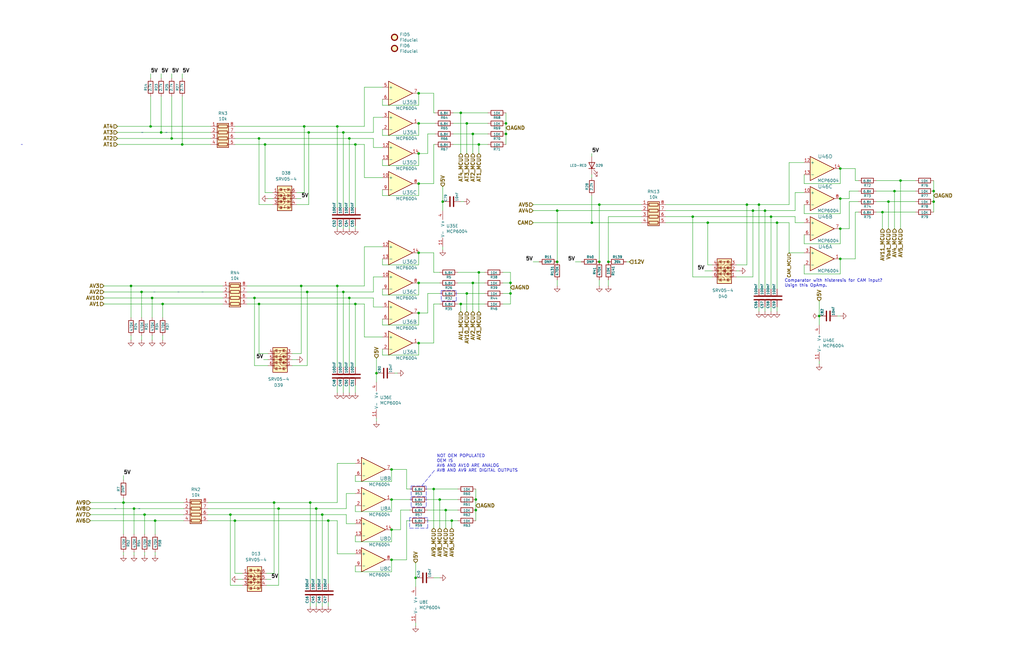
<source format=kicad_sch>
(kicad_sch (version 20211123) (generator eeschema)
  (paper "B")
  (title_block (title "microgerefi-2L") (date "2020-05-24") (rev "R0.5.2") (company "gerefi.com") (comment 1 "Donald Becker") (comment 2 "AI6OD"))
  (junction (at 64.135 125.73))
  (junction (at 215.265 123.825))
  (junction (at 182.88 206.375))
  (junction (at 142.24 53.34))
  (junction (at 144.78 55.88))
  (junction (at 377.19 80.645))
  (junction (at 256.54 110.49))
  (junction (at 379.73 76.2))
  (junction (at 196.85 52.07))
  (junction (at 165.1 223.52))
  (junction (at 249.555 93.98))
  (junction (at 130.81 212.09))
  (junction (at 133.35 214.63))
  (junction (at 176.53 119.38))
  (junction (at 68.58 128.27))
  (junction (at 147.32 125.73))
  (junction (at 176.53 64.77))
  (junction (at 186.69 85.09))
  (junction (at 234.95 110.49))
  (junction (at 158.75 157.48))
  (junction (at 199.39 119.38))
  (junction (at 176.53 52.07))
  (junction (at 59.69 123.19))
  (junction (at 107.315 125.73))
  (junction (at 176.53 106.68))
  (junction (at 135.89 217.17))
  (junction (at 194.31 128.27))
  (junction (at 201.93 60.96))
  (junction (at 393.7 80.645))
  (junction (at 213.36 56.515))
  (junction (at 215.265 119.38))
  (junction (at 138.43 219.71))
  (junction (at 176.53 144.78))
  (junction (at 200.66 210.82))
  (junction (at 345.44 133.35))
  (junction (at 201.93 114.935))
  (junction (at 115.57 212.09))
  (junction (at 196.85 123.825))
  (junction (at 252.73 110.49))
  (junction (at 322.58 88.9))
  (junction (at 165.1 198.12))
  (junction (at 76.835 60.96))
  (junction (at 374.65 85.09))
  (junction (at 327.66 93.98))
  (junction (at 185.42 210.82))
  (junction (at 109.22 128.27))
  (junction (at 128.27 53.34))
  (junction (at 127 120.65))
  (junction (at 190.5 219.71))
  (junction (at 176.53 132.08))
  (junction (at 109.22 58.42))
  (junction (at 194.31 47.625))
  (junction (at 56.515 214.63))
  (junction (at 298.45 93.98))
  (junction (at 165.1 210.82))
  (junction (at 65.405 219.71))
  (junction (at 252.73 86.36))
  (junction (at 292.1 91.44))
  (junction (at 176.53 39.37))
  (junction (at 144.78 123.19))
  (junction (at 320.04 86.36))
  (junction (at 234.95 88.9))
  (junction (at 63.5 53.34))
  (junction (at 117.475 214.63))
  (junction (at 149.86 128.27))
  (junction (at 354.33 96.52))
  (junction (at 200.66 215.265))
  (junction (at 199.39 56.515))
  (junction (at 393.7 85.09))
  (junction (at 187.96 215.265))
  (junction (at 130.175 55.88))
  (junction (at 52.07 212.09))
  (junction (at 149.86 60.96))
  (junction (at 354.33 71.12))
  (junction (at 176.53 77.47))
  (junction (at 354.33 83.82))
  (junction (at 97.155 217.17))
  (junction (at 354.33 109.22))
  (junction (at 67.945 55.88))
  (junction (at 317.5 88.9))
  (junction (at 325.12 91.44))
  (junction (at 129.54 123.19))
  (junction (at 99.06 219.71))
  (junction (at 175.26 243.84))
  (junction (at 213.36 52.07))
  (junction (at 314.96 86.36))
  (junction (at 111.76 60.96))
  (junction (at 55.245 120.65))
  (junction (at 147.32 58.42))
  (junction (at 165.1 236.22))
  (junction (at 142.24 120.65))
  (junction (at 72.39 58.42))
  (junction (at 372.11 89.535))
  (junction (at 60.96 217.17))
  (wire (pts (xy 142.24 120.65) (xy 142.24 154.94)))
  (polyline (pts (xy 172.72 222.885) (xy 180.34 222.885)))
  (wire (pts (xy 332.74 106.68) (xy 332.74 93.98)))
  (wire (pts (xy 180.34 219.71) (xy 190.5 219.71)))
  (wire (pts (xy 107.315 154.305) (xy 107.315 125.73)))
  (wire (pts (xy 182.88 144.78) (xy 182.88 128.27)))
  (wire (pts (xy 38.1 212.09) (xy 52.07 212.09)))
  (wire (pts (xy 182.88 206.375) (xy 193.04 206.375)))
  (wire (pts (xy 161.29 82.55) (xy 161.29 80.01)))
  (wire (pts (xy 335.28 81.28) (xy 339.09 81.28)))
  (wire (pts (xy 165.1 215.9) (xy 165.1 210.82)))
  (wire (pts (xy 52.07 200.66) (xy 52.07 202.565)))
  (wire (pts (xy 97.155 217.17) (xy 135.89 217.17)))
  (wire (pts (xy 249.555 93.98) (xy 270.51 93.98)))
  (wire (pts (xy 149.86 213.36) (xy 149.86 215.9)))
  (wire (pts (xy 158.75 151.13) (xy 158.75 157.48)))
  (polyline (pts (xy 192.405 127) (xy 192.405 122.555)))
  (wire (pts (xy 142.24 195.58) (xy 142.24 212.09)))
  (wire (pts (xy 109.22 128.27) (xy 149.86 128.27)))
  (wire (pts (xy 182.88 222.885) (xy 182.88 206.375)))
  (wire (pts (xy 55.245 141.605) (xy 55.245 143.51)))
  (wire (pts (xy 292.1 91.44) (xy 292.1 116.84)))
  (wire (pts (xy 99.06 58.42) (xy 109.22 58.42)))
  (wire (pts (xy 234.95 88.9) (xy 270.51 88.9)))
  (wire (pts (xy 325.12 129.54) (xy 325.12 131.445)))
  (wire (pts (xy 138.43 246.38) (xy 138.43 219.71)))
  (wire (pts (xy 215.265 119.38) (xy 215.265 123.825)))
  (wire (pts (xy 327.66 93.98) (xy 327.66 121.92)))
  (wire (pts (xy 60.96 233.045) (xy 60.96 234.315)))
  (wire (pts (xy 149.86 215.9) (xy 165.1 215.9)))
  (wire (pts (xy 310.515 114.3) (xy 311.785 114.3)))
  (wire (pts (xy 320.04 131.445) (xy 320.04 129.54)))
  (polyline (pts (xy 192.405 122.555) (xy 186.055 122.555)))
  (wire (pts (xy 144.78 123.19) (xy 157.48 123.19)))
  (polyline (pts (xy 173.355 205.105) (xy 173.355 213.995)))
  (wire (pts (xy 180.34 132.08) (xy 180.34 123.825)))
  (polyline (pts (xy 58.42 214.63) (xy 59.055 214.63)))
  (wire (pts (xy 153.67 36.83) (xy 153.67 53.34)))
  (wire (pts (xy 335.28 91.44) (xy 335.28 93.98)))
  (wire (pts (xy 194.31 64.77) (xy 194.31 47.625)))
  (wire (pts (xy 112.395 241.935) (xy 115.57 241.935)))
  (wire (pts (xy 129.54 123.19) (xy 144.78 123.19)))
  (wire (pts (xy 49.53 55.88) (xy 67.945 55.88)))
  (wire (pts (xy 113.03 83.82) (xy 114.935 83.82)))
  (wire (pts (xy 325.12 91.44) (xy 292.1 91.44)))
  (wire (pts (xy 149.86 128.27) (xy 153.67 128.27)))
  (wire (pts (xy 149.86 162.56) (xy 149.86 165.735)))
  (wire (pts (xy 280.67 93.98) (xy 298.45 93.98)))
  (wire (pts (xy 332.74 68.58) (xy 339.09 68.58)))
  (wire (pts (xy 87.63 217.17) (xy 97.155 217.17)))
  (wire (pts (xy 49.53 58.42) (xy 72.39 58.42)))
  (wire (pts (xy 144.78 154.94) (xy 144.78 123.19)))
  (wire (pts (xy 185.42 222.885) (xy 185.42 210.82)))
  (wire (pts (xy 377.19 96.52) (xy 377.19 80.645)))
  (wire (pts (xy 320.04 121.92) (xy 320.04 86.36)))
  (wire (pts (xy 161.29 121.92) (xy 161.29 124.46)))
  (wire (pts (xy 130.81 254) (xy 130.81 255.905)))
  (wire (pts (xy 113.03 154.305) (xy 107.315 154.305)))
  (wire (pts (xy 176.53 82.55) (xy 176.53 77.47)))
  (wire (pts (xy 60.96 225.425) (xy 60.96 217.17)))
  (wire (pts (xy 194.31 47.625) (xy 205.74 47.625)))
  (wire (pts (xy 176.53 149.86) (xy 176.53 144.78)))
  (wire (pts (xy 393.7 76.2) (xy 393.7 80.645)))
  (wire (pts (xy 43.815 125.73) (xy 64.135 125.73)))
  (polyline (pts (xy 59.69 55.88) (xy 60.325 55.88)))
  (polyline (pts (xy 179.705 205.105) (xy 179.705 213.995)))
  (wire (pts (xy 109.22 86.36) (xy 114.935 86.36)))
  (wire (pts (xy 161.29 124.46) (xy 176.53 124.46)))
  (wire (pts (xy 297.18 114.3) (xy 300.355 114.3)))
  (wire (pts (xy 149.86 87.63) (xy 149.86 60.96)))
  (wire (pts (xy 55.245 120.65) (xy 93.98 120.65)))
  (wire (pts (xy 200.66 210.82) (xy 200.66 215.265)))
  (wire (pts (xy 114.935 81.28) (xy 111.76 81.28)))
  (wire (pts (xy 280.67 86.36) (xy 314.96 86.36)))
  (wire (pts (xy 196.85 123.825) (xy 204.47 123.825)))
  (wire (pts (xy 360.68 71.12) (xy 354.33 71.12)))
  (wire (pts (xy 144.78 55.88) (xy 157.48 55.88)))
  (wire (pts (xy 182.88 114.935) (xy 185.42 114.935)))
  (wire (pts (xy 298.45 93.98) (xy 298.45 111.76)))
  (wire (pts (xy 249.555 82.55) (xy 249.555 93.98)))
  (wire (pts (xy 72.39 31.115) (xy 72.39 33.02)))
  (wire (pts (xy 201.93 60.96) (xy 205.74 60.96)))
  (polyline (pts (xy 8.89 60.96) (xy 9.525 60.96)))
  (wire (pts (xy 317.5 116.84) (xy 317.5 88.9)))
  (wire (pts (xy 65.405 225.425) (xy 65.405 219.71)))
  (wire (pts (xy 354.33 96.52) (xy 358.14 96.52)))
  (wire (pts (xy 76.835 60.96) (xy 88.9 60.96)))
  (wire (pts (xy 157.48 125.73) (xy 157.48 129.54)))
  (wire (pts (xy 213.36 52.07) (xy 213.36 56.515)))
  (wire (pts (xy 149.86 228.6) (xy 149.86 226.06)))
  (polyline (pts (xy 177.8 205.105) (xy 183.515 198.12)))
  (wire (pts (xy 176.53 69.85) (xy 176.53 64.77)))
  (wire (pts (xy 64.135 133.985) (xy 64.135 125.73)))
  (wire (pts (xy 102.235 241.935) (xy 99.06 241.935)))
  (wire (pts (xy 133.35 254) (xy 133.35 255.905)))
  (wire (pts (xy 332.74 106.68) (xy 339.09 106.68)))
  (wire (pts (xy 215.265 128.27) (xy 212.09 128.27)))
  (wire (pts (xy 115.57 212.09) (xy 130.81 212.09)))
  (wire (pts (xy 339.09 77.47) (xy 354.33 77.47)))
  (wire (pts (xy 161.29 137.16) (xy 176.53 137.16)))
  (wire (pts (xy 193.04 123.825) (xy 196.85 123.825)))
  (wire (pts (xy 153.67 104.14) (xy 153.67 120.65)))
  (wire (pts (xy 130.175 86.36) (xy 130.175 55.88)))
  (wire (pts (xy 191.135 56.515) (xy 199.39 56.515)))
  (polyline (pts (xy 173.355 213.995) (xy 179.705 213.995)))
  (wire (pts (xy 369.57 76.2) (xy 379.73 76.2)))
  (wire (pts (xy 372.11 89.535) (xy 386.08 89.535)))
  (wire (pts (xy 213.36 56.515) (xy 213.36 60.96)))
  (polyline (pts (xy 48.26 214.63) (xy 48.895 214.63)))
  (wire (pts (xy 358.14 96.52) (xy 358.14 85.09)))
  (wire (pts (xy 149.86 228.6) (xy 165.1 228.6)))
  (wire (pts (xy 360.68 89.535) (xy 360.68 109.22)))
  (wire (pts (xy 360.68 76.2) (xy 361.95 76.2)))
  (wire (pts (xy 180.34 123.825) (xy 185.42 123.825)))
  (wire (pts (xy 59.69 123.19) (xy 59.69 133.985)))
  (wire (pts (xy 175.26 262.89) (xy 175.26 264.16)))
  (wire (pts (xy 193.04 114.935) (xy 201.93 114.935)))
  (wire (pts (xy 379.73 96.52) (xy 379.73 76.2)))
  (wire (pts (xy 104.14 125.73) (xy 107.315 125.73)))
  (wire (pts (xy 393.7 80.645) (xy 393.7 85.09)))
  (wire (pts (xy 310.515 116.84) (xy 317.5 116.84)))
  (wire (pts (xy 213.36 47.625) (xy 213.36 52.07)))
  (wire (pts (xy 133.35 246.38) (xy 133.35 214.63)))
  (wire (pts (xy 109.22 58.42) (xy 109.22 86.36)))
  (wire (pts (xy 369.57 85.09) (xy 374.65 85.09)))
  (wire (pts (xy 149.86 95.25) (xy 149.86 96.52)))
  (wire (pts (xy 142.24 233.68) (xy 149.86 233.68)))
  (wire (pts (xy 200.66 206.375) (xy 200.66 210.82)))
  (wire (pts (xy 339.09 90.17) (xy 354.33 90.17)))
  (wire (pts (xy 300.355 111.76) (xy 298.45 111.76)))
  (wire (pts (xy 72.39 40.64) (xy 72.39 58.42)))
  (wire (pts (xy 335.28 93.98) (xy 339.09 93.98)))
  (wire (pts (xy 149.86 241.3) (xy 165.1 241.3)))
  (wire (pts (xy 182.88 47.625) (xy 183.515 47.625)))
  (wire (pts (xy 142.24 219.71) (xy 142.24 233.68)))
  (wire (pts (xy 149.86 241.3) (xy 149.86 238.76)))
  (wire (pts (xy 135.89 217.17) (xy 146.05 217.17)))
  (wire (pts (xy 63.5 53.34) (xy 88.9 53.34)))
  (wire (pts (xy 135.89 246.38) (xy 135.89 217.17)))
  (wire (pts (xy 153.67 60.96) (xy 153.67 74.93)))
  (wire (pts (xy 335.28 81.28) (xy 335.28 88.9)))
  (wire (pts (xy 87.63 212.09) (xy 115.57 212.09)))
  (wire (pts (xy 123.19 149.225) (xy 127 149.225)))
  (wire (pts (xy 180.34 56.515) (xy 183.515 56.515)))
  (wire (pts (xy 212.09 114.935) (xy 215.265 114.935)))
  (wire (pts (xy 157.48 116.84) (xy 157.48 123.19)))
  (wire (pts (xy 149.86 195.58) (xy 142.24 195.58)))
  (wire (pts (xy 369.57 89.535) (xy 372.11 89.535)))
  (wire (pts (xy 175.26 243.84) (xy 175.26 247.65)))
  (wire (pts (xy 43.815 128.27) (xy 68.58 128.27)))
  (wire (pts (xy 158.75 176.53) (xy 158.75 177.8)))
  (wire (pts (xy 161.29 36.83) (xy 153.67 36.83)))
  (wire (pts (xy 322.58 121.92) (xy 322.58 88.9)))
  (wire (pts (xy 59.69 123.19) (xy 93.98 123.19)))
  (wire (pts (xy 161.29 137.16) (xy 161.29 134.62)))
  (wire (pts (xy 212.09 119.38) (xy 215.265 119.38)))
  (wire (pts (xy 128.27 53.34) (xy 142.24 53.34)))
  (wire (pts (xy 111.125 151.765) (xy 113.03 151.765)))
  (wire (pts (xy 149.86 60.96) (xy 153.67 60.96)))
  (wire (pts (xy 186.69 104.14) (xy 186.69 105.41)))
  (wire (pts (xy 109.22 149.225) (xy 109.22 128.27)))
  (wire (pts (xy 176.53 119.38) (xy 185.42 119.38)))
  (wire (pts (xy 146.05 217.17) (xy 146.05 220.98)))
  (wire (pts (xy 52.07 212.09) (xy 77.47 212.09)))
  (wire (pts (xy 52.07 210.185) (xy 52.07 212.09)))
  (wire (pts (xy 201.93 131.445) (xy 201.93 114.935)))
  (wire (pts (xy 127 120.65) (xy 142.24 120.65)))
  (wire (pts (xy 123.19 151.765) (xy 125.095 151.765)))
  (wire (pts (xy 99.06 219.71) (xy 138.43 219.71)))
  (wire (pts (xy 123.19 154.305) (xy 129.54 154.305)))
  (wire (pts (xy 314.96 86.36) (xy 320.04 86.36)))
  (wire (pts (xy 224.79 88.9) (xy 234.95 88.9)))
  (wire (pts (xy 102.235 247.015) (xy 97.155 247.015)))
  (wire (pts (xy 176.53 124.46) (xy 176.53 119.38)))
  (wire (pts (xy 52.07 233.045) (xy 52.07 234.315)))
  (wire (pts (xy 63.5 40.64) (xy 63.5 53.34)))
  (wire (pts (xy 161.29 44.45) (xy 161.29 41.91)))
  (wire (pts (xy 196.85 52.07) (xy 205.74 52.07)))
  (wire (pts (xy 161.29 104.14) (xy 153.67 104.14)))
  (wire (pts (xy 65.405 233.045) (xy 65.405 234.315)))
  (wire (pts (xy 144.78 162.56) (xy 144.78 165.735)))
  (wire (pts (xy 358.14 80.645) (xy 361.95 80.645)))
  (wire (pts (xy 264.16 110.49) (xy 265.43 110.49)))
  (wire (pts (xy 43.815 123.19) (xy 59.69 123.19)))
  (wire (pts (xy 107.315 125.73) (xy 147.32 125.73)))
  (wire (pts (xy 182.88 243.84) (xy 185.42 243.84)))
  (wire (pts (xy 161.29 82.55) (xy 176.53 82.55)))
  (wire (pts (xy 133.35 214.63) (xy 146.05 214.63)))
  (wire (pts (xy 165.1 236.22) (xy 171.45 236.22)))
  (wire (pts (xy 212.09 123.825) (xy 215.265 123.825)))
  (wire (pts (xy 180.34 64.77) (xy 180.34 56.515)))
  (wire (pts (xy 256.54 120.65) (xy 256.54 118.11)))
  (wire (pts (xy 165.1 241.3) (xy 165.1 236.22)))
  (wire (pts (xy 147.32 95.25) (xy 147.32 96.52)))
  (wire (pts (xy 252.73 86.36) (xy 270.51 86.36)))
  (polyline (pts (xy 172.72 218.44) (xy 172.72 222.885)))
  (wire (pts (xy 166.37 157.48) (xy 167.64 157.48)))
  (wire (pts (xy 191.135 52.07) (xy 196.85 52.07)))
  (wire (pts (xy 317.5 88.9) (xy 322.58 88.9)))
  (wire (pts (xy 252.73 110.49) (xy 252.73 86.36)))
  (wire (pts (xy 144.78 95.25) (xy 144.78 96.52)))
  (wire (pts (xy 358.14 83.82) (xy 358.14 80.645)))
  (wire (pts (xy 332.74 86.36) (xy 332.74 68.58)))
  (wire (pts (xy 176.53 77.47) (xy 182.88 77.47)))
  (wire (pts (xy 109.22 58.42) (xy 147.32 58.42)))
  (wire (pts (xy 157.48 62.23) (xy 161.29 62.23)))
  (wire (pts (xy 168.91 223.52) (xy 168.91 215.265)))
  (polyline (pts (xy 180.34 222.885) (xy 180.34 218.44)))
  (wire (pts (xy 147.32 87.63) (xy 147.32 58.42)))
  (wire (pts (xy 142.24 120.65) (xy 153.67 120.65)))
  (polyline (pts (xy 186.055 127) (xy 192.405 127)))
  (wire (pts (xy 168.91 215.265) (xy 172.72 215.265)))
  (wire (pts (xy 360.68 76.2) (xy 360.68 71.12)))
  (wire (pts (xy 149.86 208.28) (xy 146.05 208.28)))
  (wire (pts (xy 112.395 247.015) (xy 117.475 247.015)))
  (wire (pts (xy 191.135 60.96) (xy 201.93 60.96)))
  (wire (pts (xy 165.1 203.2) (xy 165.1 198.12)))
  (wire (pts (xy 43.815 120.65) (xy 55.245 120.65)))
  (wire (pts (xy 176.53 106.68) (xy 182.88 106.68)))
  (wire (pts (xy 182.88 39.37) (xy 182.88 47.625)))
  (wire (pts (xy 199.39 119.38) (xy 204.47 119.38)))
  (wire (pts (xy 171.45 198.12) (xy 171.45 206.375)))
  (wire (pts (xy 165.1 223.52) (xy 168.91 223.52)))
  (wire (pts (xy 199.39 131.445) (xy 199.39 119.38)))
  (wire (pts (xy 161.29 116.84) (xy 157.48 116.84)))
  (polyline (pts (xy 74.93 123.19) (xy 75.565 123.19)))
  (wire (pts (xy 161.29 44.45) (xy 176.53 44.45)))
  (wire (pts (xy 215.265 123.825) (xy 215.265 128.27)))
  (wire (pts (xy 191.135 47.625) (xy 194.31 47.625)))
  (wire (pts (xy 176.53 137.16) (xy 176.53 132.08)))
  (wire (pts (xy 161.29 57.15) (xy 176.53 57.15)))
  (wire (pts (xy 354.33 83.82) (xy 358.14 83.82)))
  (wire (pts (xy 176.53 57.15) (xy 176.53 52.07)))
  (wire (pts (xy 149.86 203.2) (xy 165.1 203.2)))
  (wire (pts (xy 87.63 214.63) (xy 117.475 214.63)))
  (wire (pts (xy 322.58 88.9) (xy 335.28 88.9)))
  (wire (pts (xy 234.95 118.11) (xy 234.95 120.65)))
  (wire (pts (xy 67.945 40.64) (xy 67.945 55.88)))
  (wire (pts (xy 125.095 81.28) (xy 128.27 81.28)))
  (wire (pts (xy 56.515 214.63) (xy 77.47 214.63)))
  (wire (pts (xy 345.44 133.35) (xy 345.44 137.16)))
  (wire (pts (xy 135.89 254) (xy 135.89 255.905)))
  (wire (pts (xy 200.66 215.265) (xy 200.66 219.71)))
  (wire (pts (xy 196.85 64.77) (xy 196.85 52.07)))
  (wire (pts (xy 49.53 60.96) (xy 76.835 60.96)))
  (wire (pts (xy 339.09 111.76) (xy 339.09 115.57)))
  (wire (pts (xy 360.68 89.535) (xy 361.95 89.535)))
  (wire (pts (xy 129.54 154.305) (xy 129.54 123.19)))
  (wire (pts (xy 372.11 96.52) (xy 372.11 89.535)))
  (wire (pts (xy 300.355 116.84) (xy 292.1 116.84)))
  (wire (pts (xy 138.43 219.71) (xy 142.24 219.71)))
  (wire (pts (xy 339.09 86.36) (xy 339.09 90.17)))
  (wire (pts (xy 67.945 55.88) (xy 88.9 55.88)))
  (wire (pts (xy 193.04 119.38) (xy 199.39 119.38)))
  (wire (pts (xy 56.515 225.425) (xy 56.515 214.63)))
  (wire (pts (xy 125.095 83.82) (xy 127 83.82)))
  (wire (pts (xy 186.69 78.74) (xy 186.69 85.09)))
  (wire (pts (xy 142.24 95.25) (xy 142.24 96.52)))
  (wire (pts (xy 142.24 162.56) (xy 142.24 165.735)))
  (wire (pts (xy 161.29 49.53) (xy 157.48 49.53)))
  (wire (pts (xy 256.54 110.49) (xy 256.54 91.44)))
  (wire (pts (xy 379.73 76.2) (xy 386.08 76.2)))
  (wire (pts (xy 196.85 131.445) (xy 196.85 123.825)))
  (wire (pts (xy 249.555 64.77) (xy 249.555 66.04)))
  (wire (pts (xy 68.58 141.605) (xy 68.58 143.51)))
  (wire (pts (xy 153.67 128.27) (xy 153.67 142.24)))
  (wire (pts (xy 256.54 91.44) (xy 270.51 91.44)))
  (wire (pts (xy 161.29 69.85) (xy 176.53 69.85)))
  (wire (pts (xy 249.555 73.66) (xy 249.555 74.93)))
  (wire (pts (xy 194.31 131.445) (xy 194.31 128.27)))
  (wire (pts (xy 99.06 60.96) (xy 111.76 60.96)))
  (wire (pts (xy 393.7 85.09) (xy 393.7 89.535)))
  (wire (pts (xy 65.405 219.71) (xy 77.47 219.71)))
  (wire (pts (xy 161.29 111.76) (xy 161.29 109.22)))
  (wire (pts (xy 157.48 129.54) (xy 161.29 129.54)))
  (wire (pts (xy 339.09 102.87) (xy 354.33 102.87)))
  (wire (pts (xy 193.04 128.27) (xy 194.31 128.27)))
  (wire (pts (xy 38.1 217.17) (xy 60.96 217.17)))
  (wire (pts (xy 104.14 123.19) (xy 129.54 123.19)))
  (polyline (pts (xy 173.355 205.105) (xy 179.705 205.105)))
  (wire (pts (xy 63.5 31.115) (xy 63.5 33.02)))
  (wire (pts (xy 147.32 162.56) (xy 147.32 165.735)))
  (polyline (pts (xy 64.77 123.19) (xy 65.405 123.19)))
  (wire (pts (xy 339.09 99.06) (xy 339.09 102.87)))
  (wire (pts (xy 354.33 109.22) (xy 360.68 109.22)))
  (wire (pts (xy 76.835 31.115) (xy 76.835 33.02)))
  (wire (pts (xy 149.86 203.2) (xy 149.86 200.66)))
  (wire (pts (xy 59.69 141.605) (xy 59.69 143.51)))
  (wire (pts (xy 176.53 111.76) (xy 176.53 106.68)))
  (wire (pts (xy 245.11 110.49) (xy 242.57 110.49)))
  (wire (pts (xy 49.53 53.34) (xy 63.5 53.34)))
  (wire (pts (xy 130.175 55.88) (xy 144.78 55.88)))
  (wire (pts (xy 345.44 127) (xy 345.44 133.35)))
  (wire (pts (xy 377.19 80.645) (xy 386.08 80.645)))
  (wire (pts (xy 158.75 157.48) (xy 158.75 161.29)))
  (wire (pts (xy 182.88 128.27) (xy 185.42 128.27)))
  (wire (pts (xy 125.095 86.36) (xy 130.175 86.36)))
  (wire (pts (xy 99.06 53.34) (xy 128.27 53.34)))
  (wire (pts (xy 194.31 85.09) (xy 195.58 85.09)))
  (wire (pts (xy 111.76 60.96) (xy 149.86 60.96)))
  (wire (pts (xy 252.73 118.11) (xy 252.73 120.65)))
  (wire (pts (xy 100.33 244.475) (xy 102.235 244.475)))
  (wire (pts (xy 176.53 64.77) (xy 180.34 64.77)))
  (wire (pts (xy 142.24 53.34) (xy 142.24 87.63)))
  (wire (pts (xy 171.45 206.375) (xy 172.72 206.375)))
  (wire (pts (xy 325.12 121.92) (xy 325.12 91.44)))
  (wire (pts (xy 128.27 81.28) (xy 128.27 53.34)))
  (wire (pts (xy 186.69 85.09) (xy 186.69 88.9)))
  (wire (pts (xy 146.05 220.98) (xy 149.86 220.98)))
  (wire (pts (xy 314.96 111.76) (xy 310.515 111.76)))
  (wire (pts (xy 60.96 217.17) (xy 77.47 217.17)))
  (wire (pts (xy 99.06 55.88) (xy 130.175 55.88)))
  (wire (pts (xy 153.67 142.24) (xy 161.29 142.24)))
  (wire (pts (xy 215.265 114.935) (xy 215.265 119.38)))
  (wire (pts (xy 234.95 110.49) (xy 234.95 88.9)))
  (wire (pts (xy 194.31 128.27) (xy 204.47 128.27)))
  (polyline (pts (xy 180.34 218.44) (xy 172.72 218.44)))
  (wire (pts (xy 322.58 129.54) (xy 322.58 131.445)))
  (wire (pts (xy 64.135 141.605) (xy 64.135 143.51)))
  (wire (pts (xy 180.34 206.375) (xy 182.88 206.375)))
  (wire (pts (xy 161.29 54.61) (xy 161.29 57.15)))
  (wire (pts (xy 144.78 87.63) (xy 144.78 55.88)))
  (wire (pts (xy 142.24 53.34) (xy 153.67 53.34)))
  (wire (pts (xy 147.32 58.42) (xy 157.48 58.42)))
  (polyline (pts (xy 179.705 209.55) (xy 173.355 209.55)))
  (wire (pts (xy 190.5 219.71) (xy 193.04 219.71)))
  (wire (pts (xy 176.53 52.07) (xy 183.515 52.07)))
  (wire (pts (xy 72.39 58.42) (xy 88.9 58.42)))
  (wire (pts (xy 67.945 31.115) (xy 67.945 33.02)))
  (wire (pts (xy 76.835 40.64) (xy 76.835 60.96)))
  (wire (pts (xy 298.45 93.98) (xy 327.66 93.98)))
  (wire (pts (xy 180.34 215.265) (xy 187.96 215.265)))
  (wire (pts (xy 176.53 39.37) (xy 182.88 39.37)))
  (wire (pts (xy 161.29 111.76) (xy 176.53 111.76)))
  (wire (pts (xy 147.32 154.94) (xy 147.32 125.73)))
  (wire (pts (xy 64.135 125.73) (xy 93.98 125.73)))
  (wire (pts (xy 354.33 115.57) (xy 354.33 109.22)))
  (wire (pts (xy 176.53 144.78) (xy 182.88 144.78)))
  (wire (pts (xy 201.93 64.77) (xy 201.93 60.96)))
  (wire (pts (xy 55.245 133.985) (xy 55.245 120.65)))
  (wire (pts (xy 187.96 222.885) (xy 187.96 215.265)))
  (wire (pts (xy 157.48 49.53) (xy 157.48 55.88)))
  (wire (pts (xy 171.45 236.22) (xy 171.45 219.71)))
  (wire (pts (xy 146.05 208.28) (xy 146.05 214.63)))
  (wire (pts (xy 354.33 90.17) (xy 354.33 83.82)))
  (wire (pts (xy 171.45 219.71) (xy 172.72 219.71)))
  (wire (pts (xy 320.04 86.36) (xy 332.74 86.36)))
  (wire (pts (xy 187.96 215.265) (xy 193.04 215.265)))
  (wire (pts (xy 180.34 210.82) (xy 185.42 210.82)))
  (wire (pts (xy 175.26 237.49) (xy 175.26 243.84)))
  (wire (pts (xy 165.1 228.6) (xy 165.1 223.52)))
  (wire (pts (xy 345.44 152.4) (xy 345.44 153.67)))
  (wire (pts (xy 182.88 106.68) (xy 182.88 114.935)))
  (wire (pts (xy 149.86 154.94) (xy 149.86 128.27)))
  (wire (pts (xy 332.74 93.98) (xy 327.66 93.98)))
  (wire (pts (xy 38.1 214.63) (xy 56.515 214.63)))
  (wire (pts (xy 68.58 133.985) (xy 68.58 128.27)))
  (wire (pts (xy 87.63 219.71) (xy 99.06 219.71)))
  (wire (pts (xy 104.14 128.27) (xy 109.22 128.27)))
  (wire (pts (xy 353.06 133.35) (xy 354.33 133.35)))
  (wire (pts (xy 147.32 125.73) (xy 157.48 125.73)))
  (wire (pts (xy 374.65 96.52) (xy 374.65 85.09)))
  (polyline (pts (xy 186.055 122.555) (xy 186.055 127)))
  (wire (pts (xy 354.33 102.87) (xy 354.33 96.52)))
  (wire (pts (xy 176.53 132.08) (xy 180.34 132.08)))
  (wire (pts (xy 224.79 86.36) (xy 252.73 86.36)))
  (wire (pts (xy 165.1 198.12) (xy 171.45 198.12)))
  (wire (pts (xy 182.88 77.47) (xy 182.88 60.96)))
  (wire (pts (xy 374.65 85.09) (xy 386.08 85.09)))
  (wire (pts (xy 224.79 93.98) (xy 249.555 93.98)))
  (wire (pts (xy 161.29 149.86) (xy 176.53 149.86)))
  (wire (pts (xy 354.33 77.47) (xy 354.33 71.12)))
  (wire (pts (xy 280.67 91.44) (xy 292.1 91.44)))
  (wire (pts (xy 161.29 69.85) (xy 161.29 67.31)))
  (wire (pts (xy 199.39 64.77) (xy 199.39 56.515)))
  (wire (pts (xy 111.76 81.28) (xy 111.76 60.96)))
  (wire (pts (xy 52.07 225.425) (xy 52.07 212.09)))
  (wire (pts (xy 99.06 241.935) (xy 99.06 219.71)))
  (wire (pts (xy 157.48 58.42) (xy 157.48 62.23)))
  (wire (pts (xy 153.67 74.93) (xy 161.29 74.93)))
  (wire (pts (xy 314.96 111.76) (xy 314.96 86.36)))
  (wire (pts (xy 339.09 73.66) (xy 339.09 77.47)))
  (wire (pts (xy 117.475 214.63) (xy 133.35 214.63)))
  (wire (pts (xy 199.39 56.515) (xy 205.74 56.515)))
  (wire (pts (xy 176.53 44.45) (xy 176.53 39.37)))
  (polyline (pts (xy 85.09 123.19) (xy 85.725 123.19)))
  (polyline (pts (xy 69.85 55.88) (xy 70.485 55.88)))
  (wire (pts (xy 227.33 110.49) (xy 224.79 110.49)))
  (wire (pts (xy 280.67 88.9) (xy 317.5 88.9)))
  (wire (pts (xy 113.03 149.225) (xy 109.22 149.225)))
  (wire (pts (xy 165.1 210.82) (xy 172.72 210.82)))
  (wire (pts (xy 68.58 128.27) (xy 93.98 128.27)))
  (wire (pts (xy 185.42 210.82) (xy 193.04 210.82)))
  (wire (pts (xy 201.93 114.935) (xy 204.47 114.935)))
  (wire (pts (xy 358.14 85.09) (xy 361.95 85.09)))
  (wire (pts (xy 325.12 91.44) (xy 335.28 91.44)))
  (wire (pts (xy 138.43 254) (xy 138.43 255.905)))
  (wire (pts (xy 339.09 115.57) (xy 354.33 115.57)))
  (wire (pts (xy 112.395 244.475) (xy 114.3 244.475)))
  (wire (pts (xy 183.515 60.96) (xy 182.88 60.96)))
  (wire (pts (xy 97.155 247.015) (xy 97.155 217.17)))
  (wire (pts (xy 56.515 233.045) (xy 56.515 234.315)))
  (wire (pts (xy 130.81 212.09) (xy 130.81 246.38)))
  (wire (pts (xy 127 149.225) (xy 127 120.65)))
  (wire (pts (xy 117.475 247.015) (xy 117.475 214.63)))
  (wire (pts (xy 190.5 222.885) (xy 190.5 219.71)))
  (wire (pts (xy 38.1 219.71) (xy 65.405 219.71)))
  (wire (pts (xy 104.14 120.65) (xy 127 120.65)))
  (wire (pts (xy 327.66 129.54) (xy 327.66 131.445)))
  (wire (pts (xy 369.57 80.645) (xy 377.19 80.645)))
  (wire (pts (xy 115.57 241.935) (xy 115.57 212.09)))
  (wire (pts (xy 161.29 149.86) (xy 161.29 147.32)))
  (wire (pts (xy 130.81 212.09) (xy 142.24 212.09)))
  (text "Comparator with histeresis for CAM input?\nUsign this OpAmp." (at 330.835 121.285 0) (effects (font (size 1.27 1.27)) (justify left bottom)))
  (text "NOT OEM POPULATED\nOEM IS \nAV6 AND AV10 ARE ANALOG\nAV8 AND AV9 ARE DIGITAL OUTPUTS" (at 184.15 199.39 0) (effects (font (size 1.27 1.27)) (justify left bottom)))
  (label "5V" (at 297.18 114.3 180) (effects (font (size 1.524 1.524) (thickness 0.3048) bold)))
  (label "5V" (at 127 83.82 0) (effects (font (size 1.524 1.524) (thickness 0.3048) bold)))
  (label "5V" (at 114.3 244.475 0) (effects (font (size 1.524 1.524) (thickness 0.3048) bold)))
  (label "5V" (at 111.125 151.765 180) (effects (font (size 1.524 1.524) (thickness 0.3048) bold)))
  (label "5V" (at 224.79 110.49 180) (effects (font (size 1.524 1.524) (thickness 0.3048) bold)))
  (label "5V" (at 67.945 31.115 0) (effects (font (size 1.524 1.524) (thickness 0.3048) bold)))
  (label "5V" (at 63.5 31.115 0) (effects (font (size 1.524 1.524) (thickness 0.3048) bold)))
  (label "5V" (at 76.835 31.115 0) (effects (font (size 1.524 1.524) (thickness 0.3048) bold)))
  (label "5V" (at 242.57 110.49 180) (effects (font (size 1.524 1.524) (thickness 0.3048) bold)))
  (label "5V" (at 52.07 200.66 0) (effects (font (size 1.524 1.524) (thickness 0.3048) bold)))
  (label "5V" (at 249.555 64.77 0) (effects (font (size 1.524 1.524) (thickness 0.3048) bold)))
  (label "5V" (at 72.39 31.115 0) (effects (font (size 1.524 1.524) (thickness 0.3048) bold)))
  (hierarchical_label "AT2_MCU" (shape input) (at 199.39 64.77 270) (effects (font (size 1.524 1.524) (thickness 0.3048) bold)))
  (hierarchical_label "AGND" (shape input) (at 213.36 53.975 0) (effects (font (size 1.524 1.524) (thickness 0.3048) bold)))
  (hierarchical_label "AV3_MCU" (shape input) (at 201.93 131.445 270) (effects (font (size 1.524 1.524) (thickness 0.3048) bold)))
  (hierarchical_label "AV7_MCU" (shape input) (at 187.96 222.885 270) (effects (font (size 1.524 1.524) (thickness 0.3048) bold)))
  (hierarchical_label "AGND" (shape input) (at 393.7 82.55 0) (effects (font (size 1.524 1.524) (thickness 0.3048) bold)))
  (hierarchical_label "AT4" (shape input) (at 49.53 53.34 180) (effects (font (size 1.524 1.524) (thickness 0.3048) bold)))
  (hierarchical_label "AV8_MCU" (shape input) (at 185.42 222.885 270) (effects (font (size 1.524 1.524) (thickness 0.3048) bold)))
  (hierarchical_label "AGND" (shape input) (at 200.66 213.36 0) (effects (font (size 1.524 1.524) (thickness 0.3048) bold)))
  (hierarchical_label "AT4_MCU" (shape input) (at 194.31 64.77 270) (effects (font (size 1.524 1.524) (thickness 0.3048) bold)))
  (hierarchical_label "AV1_MCU" (shape input) (at 194.31 131.445 270) (effects (font (size 1.524 1.524) (thickness 0.3048) bold)))
  (hierarchical_label "CAM" (shape input) (at 224.79 93.98 180) (effects (font (size 1.524 1.524) (thickness 0.3048) bold)))
  (hierarchical_label "AT1_MCU" (shape input) (at 201.93 64.77 270) (effects (font (size 1.524 1.524) (thickness 0.3048) bold)))
  (hierarchical_label "CAM_MCU" (shape input) (at 332.74 106.68 270) (effects (font (thickness 0.254) bold)))
  (hierarchical_label "AV9_MCU" (shape input) (at 182.88 222.885 270) (effects (font (size 1.524 1.524) (thickness 0.3048) bold)))
  (hierarchical_label "5V" (shape input) (at 345.44 127 90) (effects (font (size 1.524 1.524) (thickness 0.3048) bold)))
  (hierarchical_label "AV9" (shape input) (at 38.1 212.09 180) (effects (font (size 1.524 1.524) (thickness 0.3048) bold)))
  (hierarchical_label "AT1" (shape input) (at 49.53 60.96 180) (effects (font (size 1.524 1.524) (thickness 0.3048) bold)))
  (hierarchical_label "12V" (shape input) (at 265.43 110.49 0) (effects (font (size 1.524 1.524) (thickness 0.3048) bold)))
  (hierarchical_label "AV7" (shape input) (at 38.1 217.17 180) (effects (font (size 1.524 1.524) (thickness 0.3048) bold)))
  (hierarchical_label "AT2" (shape input) (at 49.53 58.42 180) (effects (font (size 1.524 1.524) (thickness 0.3048) bold)))
  (hierarchical_label "AV8" (shape input) (at 38.1 214.63 180) (effects (font (size 1.524 1.524) (thickness 0.3048) bold)))
  (hierarchical_label "AV5" (shape input) (at 224.79 86.36 180) (effects (font (size 1.524 1.524) (thickness 0.3048) bold)))
  (hierarchical_label "AV11_MCU" (shape input) (at 372.11 96.52 270) (effects (font (size 1.524 1.524) (thickness 0.3048) bold)))
  (hierarchical_label "AV2_MCU" (shape input) (at 199.39 131.445 270) (effects (font (size 1.524 1.524) (thickness 0.3048) bold)))
  (hierarchical_label "AV10" (shape input) (at 43.815 125.73 180) (effects (font (size 1.524 1.524) (thickness 0.3048) bold)))
  (hierarchical_label "AT3_MCU" (shape input) (at 196.85 64.77 270) (effects (font (size 1.524 1.524) (thickness 0.3048) bold)))
  (hierarchical_label "AV6" (shape input) (at 38.1 219.71 180) (effects (font (size 1.524 1.524) (thickness 0.3048) bold)))
  (hierarchical_label "Vbat_MCU" (shape input) (at 374.65 96.52 270) (effects (font (size 1.524 1.524) (thickness 0.3048) bold)))
  (hierarchical_label "AV2" (shape input) (at 43.815 123.19 180) (effects (font (size 1.524 1.524) (thickness 0.3048) bold)))
  (hierarchical_label "AV6_MCU" (shape input) (at 190.5 222.885 270) (effects (font (size 1.524 1.524) (thickness 0.3048) bold)))
  (hierarchical_label "AV3" (shape input) (at 43.815 120.65 180) (effects (font (size 1.524 1.524) (thickness 0.3048) bold)))
  (hierarchical_label "5V" (shape input) (at 186.69 78.74 90) (effects (font (size 1.524 1.524) (thickness 0.3048) bold)))
  (hierarchical_label "AV4_MCU" (shape input) (at 377.19 96.52 270) (effects (font (size 1.524 1.524) (thickness 0.3048) bold)))
  (hierarchical_label "5V" (shape input) (at 158.75 151.13 90) (effects (font (size 1.524 1.524) (thickness 0.3048) bold)))
  (hierarchical_label "AV5_MCU" (shape input) (at 379.73 96.52 270) (effects (font (size 1.524 1.524) (thickness 0.3048) bold)))
  (hierarchical_label "AV10_MCU" (shape input) (at 196.85 131.445 270) (effects (font (size 1.524 1.524) (thickness 0.3048) bold)))
  (hierarchical_label "AT3" (shape input) (at 49.53 55.88 180) (effects (font (size 1.524 1.524) (thickness 0.3048) bold)))
  (hierarchical_label "5V" (shape input) (at 175.26 237.49 90) (effects (font (size 1.524 1.524) (thickness 0.3048) bold)))
  (hierarchical_label "AV1" (shape input) (at 43.815 128.27 180) (effects (font (size 1.524 1.524) (thickness 0.3048) bold)))
  (hierarchical_label "AGND" (shape input) (at 215.265 121.285 0) (effects (font (size 1.524 1.524) (thickness 0.3048) bold)))
  (hierarchical_label "AV4" (shape input) (at 224.79 88.9 180) (effects (font (size 1.524 1.524) (thickness 0.3048) bold)))
  (symbol (lib_id "power:GND") (at 186.69 105.41 0) (unit 1)
    (property "Reference" "#PWR0165" (effects hide))
    (property "Value" "GND" (effects hide))
  )
  (symbol (lib_id "Device:C") (at 190.5 85.09 90) (unit 1)
    (property "Reference" "C79" (at 187.96 85.09 0) (effects (font (size 1.016 1.016)) (justify left)))
    (property "Value" "10nF" (at 192.659 84.9376 0) (effects (font (size 1.016 1.016)) (justify left)))
    (property "Footprint" "Capacitor_SMD:C_0603_1608Metric" (effects hide))
    (property "Part #" "C0603C103K1RACTU" (effects hide))
    (property "VEND" "DIGI" (effects hide))
    (property "VEND#" "399-3189-1-ND" (effects hide))
    (property "Manufacturer" "KEMET" (effects hide))
    (property "LCSC" "C57112" (effects hide))
  )
  (symbol (lib_id "power:GND") (at 195.58 85.09 90) (unit 1)
    (property "Reference" "#PWR0168" (effects hide))
    (property "Value" "GND" (effects hide))
  )
  (symbol (lib_id "Amplifier_Operational:MCP6004") (at 168.91 64.77 0) (unit 4)
    (property "Reference" "U35" (at 172.72 68.58 0) (effects (font (size 1.524 1.524))))
    (property "Value" "MCP6004" (at 171.45 71.12 0))
    (property "Footprint" "Package_SO:TSSOP-14_4.4x5mm_P0.65mm" (effects hide))
    (property "Part #" "MCP6004T-I/ST" (effects hide))
    (property "VEND#" "MCP6004T-I/STCT-ND" (effects hide))
    (property "VEND" "DIGI" (effects hide))
    (property "Manufacturer" "MicroChip" (effects hide))
    (property "LCSC" "C248577" (effects hide))
  )
  (symbol (lib_id "Amplifier_Operational:MCP6004") (at 168.91 77.47 0) (unit 3)
    (property "Reference" "U35" (at 172.72 81.28 0) (effects (font (size 1.524 1.524))))
    (property "Value" "MCP6004" (at 171.45 83.82 0))
    (property "Footprint" "Package_SO:TSSOP-14_4.4x5mm_P0.65mm" (effects hide))
    (property "Part #" "MCP6004T-I/ST" (effects hide))
    (property "VEND#" "MCP6004T-I/STCT-ND" (effects hide))
    (property "VEND" "DIGI" (effects hide))
    (property "Manufacturer" "MicroChip" (effects hide))
    (property "LCSC" "C248577" (effects hide))
  )
  (symbol (lib_id "Amplifier_Operational:MCP6004") (at 168.91 39.37 0) (unit 2)
    (property "Reference" "U35" (at 172.72 43.18 0) (effects (font (size 1.524 1.524))))
    (property "Value" "MCP6004" (at 171.45 45.72 0))
    (property "Footprint" "Package_SO:TSSOP-14_4.4x5mm_P0.65mm" (effects hide))
    (property "Part #" "MCP6004T-I/ST" (effects hide))
    (property "VEND#" "MCP6004T-I/STCT-ND" (effects hide))
    (property "VEND" "DIGI" (effects hide))
    (property "Manufacturer" "MicroChip" (effects hide))
    (property "LCSC" "C248577" (effects hide))
  )
  (symbol (lib_id "Amplifier_Operational:MCP6004") (at 168.91 52.07 0) (unit 1)
    (property "Reference" "U35" (at 172.72 55.88 0) (effects (font (size 1.524 1.524))))
    (property "Value" "MCP6004" (at 171.45 58.42 0))
    (property "Footprint" "Package_SO:TSSOP-14_4.4x5mm_P0.65mm" (effects hide))
    (property "Part #" "MCP6004T-I/ST" (effects hide))
    (property "VEND#" "MCP6004T-I/STCT-ND" (effects hide))
    (property "VEND" "DIGI" (effects hide))
    (property "Manufacturer" "MicroChip" (effects hide))
    (property "LCSC" "C248577" (effects hide))
  )
  (symbol (lib_id "Amplifier_Operational:MCP6004") (at 189.23 96.52 0) (unit 5)
    (property "Reference" "U35" (at 188.1632 95.3516 0) (effects (justify left)))
    (property "Value" "MCP6004" (at 188.1632 97.663 0) (effects (justify left)))
    (property "Footprint" "Package_SO:TSSOP-14_4.4x5mm_P0.65mm" (effects hide))
    (property "Datasheet" "http://ww1.microchip.com/downloads/en/DeviceDoc/21733j.pdf" (effects hide))
    (property "Part #" "MCP6004T-I/ST" (effects hide))
    (property "VEND#" "MCP6004T-I/STCT-ND" (effects hide))
    (property "VEND" "DIGI" (effects hide))
    (property "Manufacturer" "MicroChip" (effects hide))
    (property "LCSC" "C248577" (effects hide))
  )
  (symbol (lib_id "power:GND") (at 149.86 96.52 0) (unit 1)
    (property "Reference" "#PWR0177" (effects hide))
    (property "Value" "GND" (effects hide))
  )
  (symbol (lib_id "power:GND") (at 147.32 96.52 0) (unit 1)
    (property "Reference" "#PWR0175" (effects hide))
    (property "Value" "GND" (effects hide))
  )
  (symbol (lib_id "power:GND") (at 144.78 96.52 0) (unit 1)
    (property "Reference" "#PWR0173" (effects hide))
    (property "Value" "GND" (effects hide))
  )
  (symbol (lib_id "power:GND") (at 142.24 96.52 0) (unit 1)
    (property "Reference" "#PWR0171" (effects hide))
    (property "Value" "GND" (effects hide))
  )
  (symbol (lib_id "Device:C") (at 179.07 243.84 90) (unit 1)
    (property "Reference" "C40" (at 176.53 243.84 0) (effects (font (size 1.016 1.016)) (justify left)))
    (property "Value" "10nF" (at 181.229 243.6876 0) (effects (font (size 1.016 1.016)) (justify left)))
    (property "Footprint" "Capacitor_SMD:C_0603_1608Metric" (effects hide))
    (property "Part #" "C0603C103K1RACTU" (effects hide))
    (property "VEND" "DIGI" (effects hide))
    (property "VEND#" "399-3189-1-ND" (effects hide))
    (property "Manufacturer" "KEMET" (effects hide))
    (property "LCSC" "C57112" (effects hide))
  )
  (symbol (lib_id "power:GND") (at 185.42 243.84 90) (unit 1)
    (property "Reference" "#PWR0193" (effects hide))
    (property "Value" "GND" (effects hide))
  )
  (symbol (lib_id "Amplifier_Operational:MCP6004") (at 157.48 223.52 0) (unit 4)
    (property "Reference" "U8" (at 162.56 227.33 0) (effects (font (size 1.524 1.524))))
    (property "Value" "MCP6004" (at 160.02 229.87 0))
    (property "Footprint" "Package_SO:TSSOP-14_4.4x5mm_P0.65mm" (effects hide))
    (property "Part #" "MCP6004T-I/ST" (effects hide))
    (property "VEND#" "MCP6004T-I/STCT-ND" (effects hide))
    (property "VEND" "DIGI" (effects hide))
    (property "Manufacturer" "MicroChip" (effects hide))
    (property "LCSC" "C248577" (effects hide))
  )
  (symbol (lib_id "Amplifier_Operational:MCP6004") (at 157.48 236.22 0) (unit 3)
    (property "Reference" "U8" (at 162.56 240.03 0) (effects (font (size 1.524 1.524))))
    (property "Value" "MCP6004" (at 160.02 242.57 0))
    (property "Footprint" "Package_SO:TSSOP-14_4.4x5mm_P0.65mm" (effects hide))
    (property "Part #" "MCP6004T-I/ST" (effects hide))
    (property "VEND#" "MCP6004T-I/STCT-ND" (effects hide))
    (property "VEND" "DIGI" (effects hide))
    (property "Manufacturer" "MicroChip" (effects hide))
    (property "LCSC" "C248577" (effects hide))
  )
  (symbol (lib_id "Amplifier_Operational:MCP6004") (at 157.48 198.12 0) (unit 2)
    (property "Reference" "U8" (at 162.56 201.93 0) (effects (font (size 1.524 1.524))))
    (property "Value" "MCP6004" (at 160.02 204.47 0))
    (property "Footprint" "Package_SO:TSSOP-14_4.4x5mm_P0.65mm" (effects hide))
    (property "Part #" "MCP6004T-I/ST" (effects hide))
    (property "VEND#" "MCP6004T-I/STCT-ND" (effects hide))
    (property "VEND" "DIGI" (effects hide))
    (property "Manufacturer" "MicroChip" (effects hide))
    (property "LCSC" "C248577" (effects hide))
  )
  (symbol (lib_id "Amplifier_Operational:MCP6004") (at 157.48 210.82 0) (unit 1)
    (property "Reference" "U8" (at 162.56 214.63 0) (effects (font (size 1.524 1.524))))
    (property "Value" "MCP6004" (at 160.02 217.17 0))
    (property "Footprint" "Package_SO:TSSOP-14_4.4x5mm_P0.65mm" (effects hide))
    (property "Part #" "MCP6004T-I/ST" (effects hide))
    (property "VEND#" "MCP6004T-I/STCT-ND" (effects hide))
    (property "VEND" "DIGI" (effects hide))
    (property "Manufacturer" "MicroChip" (effects hide))
    (property "LCSC" "C248577" (effects hide))
  )
  (symbol (lib_id "Amplifier_Operational:MCP6004") (at 177.8 255.27 0) (unit 5)
    (property "Reference" "U8" (at 176.7332 254.1016 0) (effects (justify left)))
    (property "Value" "MCP6004" (at 176.7332 256.413 0) (effects (justify left)))
    (property "Footprint" "Package_SO:TSSOP-14_4.4x5mm_P0.65mm" (effects hide))
    (property "Datasheet" "http://ww1.microchip.com/downloads/en/DeviceDoc/21733j.pdf" (effects hide))
    (property "Part #" "MCP6004T-I/ST" (effects hide))
    (property "VEND#" "MCP6004T-I/STCT-ND" (effects hide))
    (property "VEND" "DIGI" (effects hide))
    (property "Manufacturer" "MicroChip" (effects hide))
    (property "LCSC" "C248577" (effects hide))
  )
  (symbol (lib_id "power:GND") (at 60.96 234.315 0) (unit 1)
    (property "Reference" "#PWR0202" (effects hide))
    (property "Value" "GND" (effects hide))
  )
  (symbol (lib_id "Device:R") (at 60.96 229.235 0) (unit 1)
    (property "Reference" "R56" (at 62.992 229.235 90) (effects (font (size 1.016 1.016))))
    (property "Value" "470K" (at 61.1378 229.2096 90) (effects (font (size 1.016 1.016))))
    (property "Footprint" "Resistor_SMD:R_0402_1005Metric" (effects hide))
    (property "LCSC" "C25790" (effects hide))
  )
  (symbol (lib_id "power:GND") (at 56.515 234.315 0) (unit 1)
    (property "Reference" "#PWR0203" (effects hide))
    (property "Value" "GND" (effects hide))
  )
  (symbol (lib_id "Device:R") (at 56.515 229.235 0) (unit 1)
    (property "Reference" "R54" (at 58.547 229.235 90) (effects (font (size 1.016 1.016))))
    (property "Value" "470K" (at 56.6928 229.2096 90) (effects (font (size 1.016 1.016))))
    (property "Footprint" "Resistor_SMD:R_0402_1005Metric" (effects hide))
    (property "LCSC" "C25790" (effects hide))
  )
  (symbol (lib_id "power:GND") (at 52.07 234.315 0) (unit 1)
    (property "Reference" "#PWR0204" (effects hide))
    (property "Value" "GND" (effects hide))
  )
  (symbol (lib_id "Device:R") (at 52.07 229.235 0) (unit 1)
    (property "Reference" "R52" (at 54.102 229.235 90) (effects (font (size 1.016 1.016))))
    (property "Value" "470K" (at 52.2478 229.2096 90) (effects (font (size 1.016 1.016))))
    (property "Footprint" "Resistor_SMD:R_0402_1005Metric" (effects hide))
    (property "LCSC" "C25790" (effects hide))
  )
  (symbol (lib_id "Device:R") (at 65.405 229.235 0) (unit 1)
    (property "Reference" "R58" (at 67.437 229.235 90) (effects (font (size 1.016 1.016))))
    (property "Value" "470K" (at 65.5828 229.2096 90) (effects (font (size 1.016 1.016))))
    (property "Footprint" "Resistor_SMD:R_0402_1005Metric" (effects hide))
    (property "LCSC" "C25790" (effects hide))
  )
  (symbol (lib_id "power:GND") (at 65.405 234.315 0) (unit 1)
    (property "Reference" "#PWR0205" (effects hide))
    (property "Value" "GND" (effects hide))
  )
  (symbol (lib_id "power:GND") (at 234.95 120.65 0) (mirror y) (unit 1)
    (property "Reference" "#PWR0163" (effects hide))
    (property "Value" "GND" (effects hide))
  )
  (symbol (lib_id "Device:R") (at 234.95 114.3 0) (mirror y) (unit 1)
    (property "Reference" "R131" (at 232.918 114.3 90) (effects (font (size 1.016 1.016))))
    (property "Value" "470K" (at 234.95 114.3 90) (effects (font (size 1.016 1.016))))
    (property "Footprint" "Resistor_SMD:R_0402_1005Metric" (effects hide))
    (property "LCSC" "C25790" (effects hide))
  )
  (symbol (lib_id "power:GND") (at 138.43 255.905 0) (unit 1)
    (property "Reference" "#PWR0206" (effects hide))
    (property "Value" "GND" (effects hide))
  )
  (symbol (lib_id "power:GND") (at 135.89 255.905 0) (unit 1)
    (property "Reference" "#PWR0207" (effects hide))
    (property "Value" "GND" (effects hide))
  )
  (symbol (lib_id "power:GND") (at 133.35 255.905 0) (unit 1)
    (property "Reference" "#PWR0208" (effects hide))
    (property "Value" "GND" (effects hide))
  )
  (symbol (lib_id "power:GND") (at 130.81 255.905 0) (unit 1)
    (property "Reference" "#PWR0209" (effects hide))
    (property "Value" "GND" (effects hide))
  )
  (symbol (lib_id "power:GND") (at 175.26 264.16 0) (unit 1)
    (property "Reference" "#PWR0210" (effects hide))
    (property "Value" "GND" (effects hide))
  )
  (symbol (lib_id "power:GND") (at 158.75 177.8 0) (unit 1)
    (property "Reference" "#PWR0166" (effects hide))
    (property "Value" "GND" (effects hide))
  )
  (symbol (lib_id "Device:C") (at 162.56 157.48 90) (unit 1)
    (property "Reference" "C80" (at 160.02 157.48 0) (effects (font (size 1.016 1.016)) (justify left)))
    (property "Value" "10nF" (at 164.719 157.3276 0) (effects (font (size 1.016 1.016)) (justify left)))
    (property "Footprint" "Capacitor_SMD:C_0603_1608Metric" (effects hide))
    (property "Part #" "C0603C103K1RACTU" (effects hide))
    (property "VEND" "DIGI" (effects hide))
    (property "VEND#" "399-3189-1-ND" (effects hide))
    (property "Manufacturer" "KEMET" (effects hide))
    (property "LCSC" "C57112" (effects hide))
  )
  (symbol (lib_id "power:GND") (at 167.64 157.48 90) (unit 1)
    (property "Reference" "#PWR0169" (effects hide))
    (property "Value" "GND" (effects hide))
  )
  (symbol (lib_id "Amplifier_Operational:MCP6004") (at 168.91 106.68 0) (unit 4)
    (property "Reference" "U36" (at 172.72 110.49 0) (effects (font (size 1.524 1.524))))
    (property "Value" "MCP6004" (at 171.45 113.03 0))
    (property "Footprint" "Package_SO:TSSOP-14_4.4x5mm_P0.65mm" (effects hide))
    (property "Part #" "MCP6004T-I/ST" (effects hide))
    (property "VEND#" "MCP6004T-I/STCT-ND" (effects hide))
    (property "VEND" "DIGI" (effects hide))
    (property "Manufacturer" "MicroChip" (effects hide))
    (property "LCSC" "C248577" (effects hide))
  )
  (symbol (lib_id "Amplifier_Operational:MCP6004") (at 168.91 119.38 0) (unit 3)
    (property "Reference" "U36" (at 172.72 123.19 0) (effects (font (size 1.524 1.524))))
    (property "Value" "MCP6004" (at 171.45 125.73 0))
    (property "Footprint" "Package_SO:TSSOP-14_4.4x5mm_P0.65mm" (effects hide))
    (property "Part #" "MCP6004T-I/ST" (effects hide))
    (property "VEND#" "MCP6004T-I/STCT-ND" (effects hide))
    (property "VEND" "DIGI" (effects hide))
    (property "Manufacturer" "MicroChip" (effects hide))
    (property "LCSC" "C248577" (effects hide))
  )
  (symbol (lib_id "Amplifier_Operational:MCP6004") (at 168.91 132.08 0) (unit 2)
    (property "Reference" "U36" (at 172.72 135.89 0) (effects (font (size 1.524 1.524))))
    (property "Value" "MCP6004" (at 171.45 138.43 0))
    (property "Footprint" "Package_SO:TSSOP-14_4.4x5mm_P0.65mm" (effects hide))
    (property "Part #" "MCP6004T-I/ST" (effects hide))
    (property "VEND#" "MCP6004T-I/STCT-ND" (effects hide))
    (property "VEND" "DIGI" (effects hide))
    (property "Manufacturer" "MicroChip" (effects hide))
    (property "LCSC" "C248577" (effects hide))
  )
  (symbol (lib_id "Amplifier_Operational:MCP6004") (at 168.91 144.78 0) (unit 1)
    (property "Reference" "U36" (at 172.72 148.59 0) (effects (font (size 1.524 1.524))))
    (property "Value" "MCP6004" (at 171.45 151.13 0))
    (property "Footprint" "Package_SO:TSSOP-14_4.4x5mm_P0.65mm" (effects hide))
    (property "Part #" "MCP6004T-I/ST" (effects hide))
    (property "VEND#" "MCP6004T-I/STCT-ND" (effects hide))
    (property "VEND" "DIGI" (effects hide))
    (property "Manufacturer" "MicroChip" (effects hide))
    (property "LCSC" "C248577" (effects hide))
  )
  (symbol (lib_id "Amplifier_Operational:MCP6004") (at 161.29 168.91 0) (unit 5)
    (property "Reference" "U36" (at 160.2232 167.7416 0) (effects (justify left)))
    (property "Value" "MCP6004" (at 160.2232 170.053 0) (effects (justify left)))
    (property "Footprint" "Package_SO:TSSOP-14_4.4x5mm_P0.65mm" (effects hide))
    (property "Datasheet" "http://ww1.microchip.com/downloads/en/DeviceDoc/21733j.pdf" (effects hide))
    (property "Part #" "MCP6004T-I/ST" (effects hide))
    (property "VEND#" "MCP6004T-I/STCT-ND" (effects hide))
    (property "VEND" "DIGI" (effects hide))
    (property "Manufacturer" "MicroChip" (effects hide))
    (property "LCSC" "C248577" (effects hide))
  )
  (symbol (lib_id "power:GND") (at 149.86 165.735 0) (unit 1)
    (property "Reference" "#PWR0178" (effects hide))
    (property "Value" "GND" (effects hide))
  )
  (symbol (lib_id "power:GND") (at 147.32 165.735 0) (unit 1)
    (property "Reference" "#PWR0176" (effects hide))
    (property "Value" "GND" (effects hide))
  )
  (symbol (lib_id "power:GND") (at 144.78 165.735 0) (unit 1)
    (property "Reference" "#PWR0174" (effects hide))
    (property "Value" "GND" (effects hide))
  )
  (symbol (lib_id "power:GND") (at 142.24 165.735 0) (unit 1)
    (property "Reference" "#PWR0172" (effects hide))
    (property "Value" "GND" (effects hide))
  )
  (symbol (lib_id "Device:R") (at 249.555 78.74 180) (unit 1)
    (property "Reference" "R28" (at 247.523 78.74 90) (effects (font (size 1.016 1.016))))
    (property "Value" "2.2k" (at 249.3772 78.7654 90) (effects (font (size 1.016 1.016))))
    (property "Footprint" "Resistor_SMD:R_0603_1608Metric" (effects hide))
    (property "Part #" "RMCF0603FT2K20" (effects hide))
    (property "VEND" "DIGI" (effects hide))
    (property "VEND#" "RMCF0603FT2K20CT-ND" (effects hide))
    (property "Manufacturer" "StackPole" (effects hide))
    (property "LCSC" "C4190" (effects hide))
  )
  (symbol (lib_id "power:GND") (at 252.73 120.65 0) (mirror y) (unit 1)
    (property "Reference" "#PWR0136" (effects hide))
    (property "Value" "GND" (effects hide))
  )
  (symbol (lib_id "Device:R") (at 252.73 114.3 0) (mirror y) (unit 1)
    (property "Reference" "R41" (at 250.698 114.3 90) (effects (font (size 1.016 1.016))))
    (property "Value" "470K" (at 252.73 114.3 90) (effects (font (size 1.016 1.016))))
    (property "Footprint" "Resistor_SMD:R_0402_1005Metric" (effects hide))
    (property "LCSC" "C25790" (effects hide))
  )
  (symbol (lib_id "power:GND") (at 345.44 153.67 0) (unit 1)
    (property "Reference" "#PWR0185" (effects hide))
    (property "Value" "GND" (effects hide))
  )
  (symbol (lib_id "Device:C") (at 349.25 133.35 90) (unit 1)
    (property "Reference" "C82" (at 346.71 133.35 0) (effects (font (size 1.016 1.016)) (justify left)))
    (property "Value" "10nF" (at 351.409 133.1976 0) (effects (font (size 1.016 1.016)) (justify left)))
    (property "Footprint" "Capacitor_SMD:C_0603_1608Metric" (effects hide))
    (property "Part #" "C0603C103K1RACTU" (effects hide))
    (property "VEND" "DIGI" (effects hide))
    (property "VEND#" "399-3189-1-ND" (effects hide))
    (property "Manufacturer" "KEMET" (effects hide))
    (property "LCSC" "C57112" (effects hide))
  )
  (symbol (lib_id "power:GND") (at 354.33 133.35 90) (unit 1)
    (property "Reference" "#PWR0188" (effects hide))
    (property "Value" "GND" (effects hide))
  )
  (symbol (lib_id "Amplifier_Operational:MCP6004") (at 346.71 71.12 0) (unit 4)
    (property "Reference" "U46" (at 347.98 66.04 0) (effects (font (size 1.524 1.524))))
    (property "Value" "MCP6004" (at 349.25 76.2 0))
    (property "Footprint" "Package_SO:TSSOP-14_4.4x5mm_P0.65mm" (effects hide))
    (property "Part #" "MCP6004T-I/ST" (effects hide))
    (property "VEND#" "MCP6004T-I/STCT-ND" (effects hide))
    (property "VEND" "DIGI" (effects hide))
    (property "Manufacturer" "MicroChip" (effects hide))
    (property "LCSC" "C248577" (effects hide))
  )
  (symbol (lib_id "Amplifier_Operational:MCP6004") (at 346.71 83.82 0) (unit 3)
    (property "Reference" "U46" (at 347.98 78.74 0) (effects (font (size 1.524 1.524))))
    (property "Value" "MCP6004" (at 349.25 88.9 0))
    (property "Footprint" "Package_SO:TSSOP-14_4.4x5mm_P0.65mm" (effects hide))
    (property "Part #" "MCP6004T-I/ST" (effects hide))
    (property "VEND#" "MCP6004T-I/STCT-ND" (effects hide))
    (property "VEND" "DIGI" (effects hide))
    (property "Manufacturer" "MicroChip" (effects hide))
    (property "LCSC" "C248577" (effects hide))
  )
  (symbol (lib_id "Amplifier_Operational:MCP6004") (at 346.71 96.52 0) (unit 2)
    (property "Reference" "U46" (at 347.98 91.44 0) (effects (font (size 1.524 1.524))))
    (property "Value" "MCP6004" (at 349.25 101.6 0))
    (property "Footprint" "Package_SO:TSSOP-14_4.4x5mm_P0.65mm" (effects hide))
    (property "Part #" "MCP6004T-I/ST" (effects hide))
    (property "VEND#" "MCP6004T-I/STCT-ND" (effects hide))
    (property "VEND" "DIGI" (effects hide))
    (property "Manufacturer" "MicroChip" (effects hide))
    (property "LCSC" "C248577" (effects hide))
  )
  (symbol (lib_id "Amplifier_Operational:MCP6004") (at 346.71 109.22 0) (unit 1)
    (property "Reference" "U46" (at 347.98 104.14 0) (effects (font (size 1.524 1.524))))
    (property "Value" "MCP6004" (at 349.25 114.3 0))
    (property "Footprint" "Package_SO:TSSOP-14_4.4x5mm_P0.65mm" (effects hide))
    (property "Part #" "MCP6004T-I/ST" (effects hide))
    (property "VEND#" "MCP6004T-I/STCT-ND" (effects hide))
    (property "VEND" "DIGI" (effects hide))
    (property "Manufacturer" "MicroChip" (effects hide))
    (property "LCSC" "C248577" (effects hide))
  )
  (symbol (lib_id "Amplifier_Operational:MCP6004") (at 347.98 144.78 0) (unit 5)
    (property "Reference" "U46" (at 346.9132 143.6116 0) (effects (justify left)))
    (property "Value" "MCP6004" (at 346.9132 145.923 0) (effects (justify left)))
    (property "Footprint" "Package_SO:TSSOP-14_4.4x5mm_P0.65mm" (effects hide))
    (property "Datasheet" "http://ww1.microchip.com/downloads/en/DeviceDoc/21733j.pdf" (effects hide))
    (property "Part #" "MCP6004T-I/ST" (effects hide))
    (property "VEND#" "MCP6004T-I/STCT-ND" (effects hide))
    (property "VEND" "DIGI" (effects hide))
    (property "Manufacturer" "MicroChip" (effects hide))
    (property "LCSC" "C248577" (effects hide))
  )
  (symbol (lib_id "power:GND") (at 327.66 131.445 0) (unit 1)
    (property "Reference" "#PWR0198" (effects hide))
    (property "Value" "GND" (effects hide))
  )
  (symbol (lib_id "power:GND") (at 325.12 131.445 0) (unit 1)
    (property "Reference" "#PWR0196" (effects hide))
    (property "Value" "GND" (effects hide))
  )
  (symbol (lib_id "power:GND") (at 322.58 131.445 0) (unit 1)
    (property "Reference" "#PWR0194" (effects hide))
    (property "Value" "GND" (effects hide))
  )
  (symbol (lib_id "power:GND") (at 320.04 131.445 0) (unit 1)
    (property "Reference" "#PWR0192" (effects hide))
    (property "Value" "GND" (effects hide))
  )
  (symbol (lib_id "Device:R") (at 260.35 110.49 90) (unit 1)
    (property "Reference" "R139" (at 260.35 108.458 90) (effects (font (size 1.016 1.016))))
    (property "Value" "39k" (at 260.35 110.49 90) (effects (font (size 1.016 1.016))))
    (property "Footprint" "Resistor_SMD:R_0603_1608Metric" (effects hide))
    (property "Part #" "RC0603FR-0739KL" (effects hide))
    (property "VEND" "DIGI" (effects hide))
    (property "VEND#" "311-39.0KHRCT-ND" (effects hide))
    (property "Manufacturer" "Yageo" (effects hide))
    (property "LCSC" "C23153" (effects hide))
  )
  (symbol (lib_id "power:GND") (at 256.54 120.65 0) (mirror y) (unit 1)
    (property "Reference" "#PWR0182" (effects hide))
    (property "Value" "GND" (effects hide))
  )
  (symbol (lib_id "Device:R") (at 256.54 114.3 0) (unit 1)
    (property "Reference" "R141" (at 258.572 114.3 90) (effects (font (size 1.016 1.016))))
    (property "Value" "10K" (at 256.54 114.3 90) (effects (font (size 1.016 1.016))))
    (property "Footprint" "Resistor_SMD:R_0603_1608Metric" (effects hide))
    (property "Datasheet" "TBD" (effects hide))
    (property "Part #" "RMCF0603JT10K0" (effects hide))
    (property "VEND" "DIGI" (effects hide))
    (property "VEND#" "RMCF0603JT10K0CT-ND" (effects hide))
    (property "Manufacturer" "StackPole" (effects hide))
    (property "LCSC" "C25804" (effects hide))
  )
  (symbol (lib_id "Mechanical:Fiducial") (at 166.37 15.748 0) (unit 1)
    (property "Reference" "FID5" (at 168.529 14.5796 0) (effects (justify left)))
    (property "Value" "Fiducial" (at 168.529 16.891 0) (effects (justify left)))
    (property "Footprint" "Fiducial:Fiducial_0.5mm_Mask1mm" (effects hide))
    (property "Datasheet" "DNP" (effects hide))
    (property "Part #" "DNP" (effects hide))
    (property "VEND" "DNP" (effects hide))
    (property "VEND#" "DNP" (effects hide))
    (property "Manufacturer" "DNP" (effects hide))
  )
  (symbol (lib_id "Mechanical:Fiducial") (at 166.37 20.447 0) (unit 1)
    (property "Reference" "FID6" (at 168.529 19.2786 0) (effects (justify left)))
    (property "Value" "Fiducial" (at 168.529 21.59 0) (effects (justify left)))
    (property "Footprint" "Fiducial:Fiducial_0.5mm_Mask1mm" (effects hide))
    (property "Datasheet" "DNP" (effects hide))
    (property "Part #" "DNP" (effects hide))
    (property "VEND" "DNP" (effects hide))
    (property "VEND#" "DNP" (effects hide))
    (property "Manufacturer" "DNP" (effects hide))
  )
  (symbol (lib_id "Device:R_Pack04") (at 93.98 58.42 270) (unit 1)
    (property "Reference" "RN3" (at 93.98 47.8282 90))
    (property "Value" "10k" (at 93.98 50.1396 90))
    (property "Footprint" "Resistor_SMD:R_Array_Convex_4x0603" (effects hide))
    (property "Part #" "YC164-JR-0710KL" (effects hide))
    (property "VEND#" "YC164J-10KCT-ND" (effects hide))
    (property "VEND" "DIGI" (effects hide))
    (property "Manufacturer" "Yageo" (effects hide))
    (property "LCSC" "C29718" (effects hide))
  )
  (symbol (lib_id "Device:R_Pack04") (at 275.59 91.44 270) (unit 1)
    (property "Reference" "RN13" (at 275.59 80.8482 90))
    (property "Value" "10k" (at 275.59 83.1596 90))
    (property "Footprint" "Resistor_SMD:R_Array_Convex_4x0603" (effects hide))
    (property "Part #" "YC164-JR-0710KL" (effects hide))
    (property "VEND#" "YC164J-10KCT-ND" (effects hide))
    (property "VEND" "DIGI" (effects hide))
    (property "Manufacturer" "Yageo" (effects hide))
    (property "LCSC" "C29718" (effects hide))
  )
  (symbol (lib_id "power:GND") (at 64.135 143.51 0) (unit 1)
    (property "Reference" "#PWR0181" (effects hide))
    (property "Value" "GND" (effects hide))
  )
  (symbol (lib_id "Device:R") (at 64.135 137.795 0) (unit 1)
    (property "Reference" "R34" (at 66.167 137.795 90) (effects (font (size 1.016 1.016))))
    (property "Value" "470K" (at 64.3128 137.7696 90) (effects (font (size 1.016 1.016))))
    (property "Footprint" "Resistor_SMD:R_0402_1005Metric" (effects hide))
    (property "LCSC" "C25790" (effects hide))
  )
  (symbol (lib_id "power:GND") (at 59.69 143.51 0) (unit 1)
    (property "Reference" "#PWR0184" (effects hide))
    (property "Value" "GND" (effects hide))
  )
  (symbol (lib_id "Device:R") (at 59.69 137.795 0) (unit 1)
    (property "Reference" "R31" (at 61.722 137.795 90) (effects (font (size 1.016 1.016))))
    (property "Value" "470K" (at 59.8678 137.7696 90) (effects (font (size 1.016 1.016))))
    (property "Footprint" "Resistor_SMD:R_0402_1005Metric" (effects hide))
    (property "LCSC" "C25790" (effects hide))
  )
  (symbol (lib_id "power:GND") (at 55.245 143.51 0) (unit 1)
    (property "Reference" "#PWR0186" (effects hide))
    (property "Value" "GND" (effects hide))
  )
  (symbol (lib_id "Device:R") (at 55.245 137.795 0) (unit 1)
    (property "Reference" "R24" (at 57.277 137.795 90) (effects (font (size 1.016 1.016))))
    (property "Value" "470K" (at 55.4228 137.7696 90) (effects (font (size 1.016 1.016))))
    (property "Footprint" "Resistor_SMD:R_0402_1005Metric" (effects hide))
    (property "LCSC" "C25790" (effects hide))
  )
  (symbol (lib_id "Device:R") (at 68.58 137.795 0) (unit 1)
    (property "Reference" "R37" (at 70.612 137.795 90) (effects (font (size 1.016 1.016))))
    (property "Value" "470K" (at 68.7578 137.7696 90) (effects (font (size 1.016 1.016))))
    (property "Footprint" "Resistor_SMD:R_0402_1005Metric" (effects hide))
    (property "LCSC" "C25790" (effects hide))
  )
  (symbol (lib_id "power:GND") (at 68.58 143.51 0) (unit 1)
    (property "Reference" "#PWR0187" (effects hide))
    (property "Value" "GND" (effects hide))
  )
  (symbol (lib_id "Device:R") (at 248.92 110.49 270) (mirror x) (unit 1)
    (property "Reference" "R40" (at 248.92 108.458 90) (effects (font (size 1.016 1.016))))
    (property "Value" "DNP" (at 248.92 110.49 90) (effects (font (size 1.016 1.016))))
    (property "Footprint" "Resistor_SMD:R_0402_1005Metric" (effects hide))
    (property "Part #" "DNP" (effects hide))
    (property "VEND" "DIGI" (effects hide))
    (property "VEND#" "DNP" (effects hide))
    (property "Manufacturer" "DNP" (effects hide))
  )
  (symbol (lib_id "power:PWR_FLAG") (at 345.44 133.35 90) (unit 1)
    (property "Reference" "#FLG0104" (effects hide))
    (property "Value" "PWR_FLAG" (effects hide))
  )
  (symbol (lib_id "Device:LED") (at 249.555 69.85 90) (unit 1)
    (property "Reference" "D29" (at 252.73 69.85 90) (effects (font (size 1.016 1.016))))
    (property "Value" "LED-RED" (at 243.84 69.85 90) (effects (font (size 1.016 1.016))))
    (property "Footprint" "LED_SMD:LED_0603_1608Metric" (effects hide))
    (property "LCSC" "C2286" (effects hide))
  )
  (symbol (lib_id "Power_Protection:NUP4202") (at 120.015 83.82 270) (unit 1)
    (property "Reference" "D38" (at 120.65 73.025 90))
    (property "Value" "SRV05-4" (at 120.65 75.565 90))
    (property "Footprint" "Package_TO_SOT_SMD:SOT-23-6" (effects hide))
    (property "LCSC" "C85364" (effects hide))
  )
  (symbol (lib_id "power:GND") (at 113.03 83.82 270) (unit 1)
    (property "Reference" "#PWR0142" (effects hide))
    (property "Value" "GND" (effects hide))
  )
  (symbol (lib_id "Power_Protection:NUP4202") (at 305.435 114.3 90) (unit 1)
    (property "Reference" "D40" (at 304.8 125.095 90))
    (property "Value" "SRV05-4" (at 304.8 122.555 90))
    (property "Footprint" "Package_TO_SOT_SMD:SOT-23-6" (effects hide))
    (property "LCSC" "C85364" (effects hide))
  )
  (symbol (lib_id "power:GND") (at 311.785 114.3 90) (unit 1)
    (property "Reference" "#PWR0155" (effects hide))
    (property "Value" "GND" (effects hide))
  )
  (symbol (lib_id "Device:R") (at 63.5 36.83 180) (unit 1)
    (property "Reference" "R14" (at 61.468 36.83 90) (effects (font (size 1.016 1.016))))
    (property "Value" "2.7k" (at 63.3222 36.8554 90) (effects (font (size 1.016 1.016))))
    (property "Footprint" "Resistor_SMD:R_0603_1608Metric" (effects hide))
    (property "Part #" "RMCF0603FT2K70" (effects hide))
    (property "VEND" "DIGI" (effects hide))
    (property "VEND#" "RMCF0603FT2K70CT-ND" (effects hide))
    (property "Manufacturer" "StackPole" (effects hide))
    (property "LCSC" "C13167" (effects hide))
  )
  (symbol (lib_id "Power_Protection:NUP4202") (at 107.315 244.475 270) (unit 1)
    (property "Reference" "D13" (at 107.95 233.68 90))
    (property "Value" "SRV05-4" (at 107.95 236.22 90))
    (property "Footprint" "Package_TO_SOT_SMD:SOT-23-6" (effects hide))
    (property "LCSC" "C85364" (effects hide))
  )
  (symbol (lib_id "Power_Protection:NUP4202") (at 118.11 151.765 90) (unit 1)
    (property "Reference" "D39" (at 117.475 162.56 90))
    (property "Value" "SRV05-4" (at 117.475 160.02 90))
    (property "Footprint" "Package_TO_SOT_SMD:SOT-23-6" (effects hide))
    (property "LCSC" "C85364" (effects hide))
  )
  (symbol (lib_id "power:GND") (at 125.095 151.765 90) (unit 1)
    (property "Reference" "#PWR029" (effects hide))
    (property "Value" "GND" (effects hide))
  )
  (symbol (lib_id "Device:R") (at 67.945 36.83 180) (unit 1)
    (property "Reference" "R23" (at 65.913 36.83 90) (effects (font (size 1.016 1.016))))
    (property "Value" "2.7k" (at 67.7672 36.8554 90) (effects (font (size 1.016 1.016))))
    (property "Footprint" "Resistor_SMD:R_0603_1608Metric" (effects hide))
    (property "Part #" "RMCF0603FT2K70" (effects hide))
    (property "VEND" "DIGI" (effects hide))
    (property "VEND#" "RMCF0603FT2K70CT-ND" (effects hide))
    (property "Manufacturer" "StackPole" (effects hide))
    (property "LCSC" "C13167" (effects hide))
  )
  (symbol (lib_id "Device:R") (at 72.39 36.83 180) (unit 1)
    (property "Reference" "R25" (at 70.358 36.83 90) (effects (font (size 1.016 1.016))))
    (property "Value" "2.7k" (at 72.2122 36.8554 90) (effects (font (size 1.016 1.016))))
    (property "Footprint" "Resistor_SMD:R_0603_1608Metric" (effects hide))
    (property "Part #" "RMCF0603FT2K70" (effects hide))
    (property "VEND" "DIGI" (effects hide))
    (property "VEND#" "RMCF0603FT2K70CT-ND" (effects hide))
    (property "Manufacturer" "StackPole" (effects hide))
    (property "LCSC" "C13167" (effects hide))
  )
  (symbol (lib_id "Device:R") (at 76.835 36.83 180) (unit 1)
    (property "Reference" "R27" (at 74.803 36.83 90) (effects (font (size 1.016 1.016))))
    (property "Value" "2.7k" (at 76.6572 36.8554 90) (effects (font (size 1.016 1.016))))
    (property "Footprint" "Resistor_SMD:R_0603_1608Metric" (effects hide))
    (property "Part #" "RMCF0603FT2K70" (effects hide))
    (property "VEND" "DIGI" (effects hide))
    (property "VEND#" "RMCF0603FT2K70CT-ND" (effects hide))
    (property "Manufacturer" "StackPole" (effects hide))
    (property "LCSC" "C13167" (effects hide))
  )
  (symbol (lib_id "power:GND") (at 100.33 244.475 270) (unit 1)
    (property "Reference" "#PWR0152" (effects hide))
    (property "Value" "GND" (effects hide))
  )
  (symbol (lib_id "Device:R") (at 231.14 110.49 270) (mirror x) (unit 1)
    (property "Reference" "R11" (at 231.14 108.458 90) (effects (font (size 1.016 1.016))))
    (property "Value" "DNP" (at 231.14 110.49 90) (effects (font (size 1.016 1.016))))
    (property "Footprint" "Resistor_SMD:R_0402_1005Metric" (effects hide))
    (property "Part #" "DNP" (effects hide))
    (property "VEND" "DIGI" (effects hide))
    (property "VEND#" "DNP" (effects hide))
    (property "Manufacturer" "DNP" (effects hide))
  )
  (symbol (lib_id "Device:R") (at 189.23 128.27 270) (unit 1)
    (property "Reference" "R35" (at 189.23 130.302 90) (effects (font (size 1.016 1.016))))
    (property "Value" "6.8K" (at 189.2554 128.4478 90) (effects (font (size 1.016 1.016))))
    (property "Footprint" "Resistor_SMD:R_0603_1608Metric" (effects hide))
    (property "LCSC" "C23212" (effects hide))
  )
  (symbol (lib_id "Device:R") (at 189.23 123.825 270) (unit 1)
    (property "Reference" "R32" (at 189.23 125.857 90) (effects (font (size 1.016 1.016))))
    (property "Value" "6.8K" (at 189.2554 124.0028 90) (effects (font (size 1.016 1.016))))
    (property "Footprint" "Resistor_SMD:R_0603_1608Metric" (effects hide))
    (property "LCSC" "C23212" (effects hide))
  )
  (symbol (lib_id "Device:R") (at 189.23 119.38 270) (unit 1)
    (property "Reference" "R26" (at 189.23 121.412 90) (effects (font (size 1.016 1.016))))
    (property "Value" "6.8K" (at 189.2554 119.5578 90) (effects (font (size 1.016 1.016))))
    (property "Footprint" "Resistor_SMD:R_0603_1608Metric" (effects hide))
    (property "LCSC" "C23212" (effects hide))
  )
  (symbol (lib_id "Device:R") (at 189.23 114.935 270) (unit 1)
    (property "Reference" "R5" (at 189.23 116.967 90) (effects (font (size 1.016 1.016))))
    (property "Value" "6.8K" (at 189.2554 115.1128 90) (effects (font (size 1.016 1.016))))
    (property "Footprint" "Resistor_SMD:R_0603_1608Metric" (effects hide))
    (property "LCSC" "C23212" (effects hide))
  )
  (symbol (lib_id "Device:R") (at 208.28 128.27 270) (unit 1)
    (property "Reference" "R46" (at 208.28 130.302 90) (effects (font (size 1.016 1.016))))
    (property "Value" "10K" (at 208.3054 128.4478 90) (effects (font (size 1.016 1.016))))
    (property "Footprint" "Resistor_SMD:R_0603_1608Metric" (effects hide))
    (property "LCSC" "C25804" (effects hide))
    (property "Manufacturer" "StackPole" (effects hide))
    (property "Part #" "RMCF0603JT10K0" (effects hide))
    (property "VEND" "DIGI" (effects hide))
    (property "VEND#" "RMCF0603JT10K0CT-ND" (effects hide))
  )
  (symbol (lib_id "Device:R") (at 208.28 123.825 270) (unit 1)
    (property "Reference" "R44" (at 208.28 125.857 90) (effects (font (size 1.016 1.016))))
    (property "Value" "10K" (at 208.3054 124.0028 90) (effects (font (size 1.016 1.016))))
    (property "Footprint" "Resistor_SMD:R_0603_1608Metric" (effects hide))
    (property "LCSC" "C25804" (effects hide))
    (property "Manufacturer" "StackPole" (effects hide))
    (property "Part #" "RMCF0603JT10K0" (effects hide))
    (property "VEND" "DIGI" (effects hide))
    (property "VEND#" "RMCF0603JT10K0CT-ND" (effects hide))
  )
  (symbol (lib_id "Device:R") (at 208.28 119.38 270) (unit 1)
    (property "Reference" "R39" (at 208.28 121.412 90) (effects (font (size 1.016 1.016))))
    (property "Value" "10K" (at 208.3054 119.5578 90) (effects (font (size 1.016 1.016))))
    (property "Footprint" "Resistor_SMD:R_0603_1608Metric" (effects hide))
    (property "LCSC" "C25804" (effects hide))
    (property "Manufacturer" "StackPole" (effects hide))
    (property "Part #" "RMCF0603JT10K0" (effects hide))
    (property "VEND" "DIGI" (effects hide))
    (property "VEND#" "RMCF0603JT10K0CT-ND" (effects hide))
  )
  (symbol (lib_id "Device:R") (at 208.28 114.935 270) (unit 1)
    (property "Reference" "R38" (at 208.28 116.967 90) (effects (font (size 1.016 1.016))))
    (property "Value" "10K" (at 208.3054 115.1128 90) (effects (font (size 1.016 1.016))))
    (property "Footprint" "Resistor_SMD:R_0603_1608Metric" (effects hide))
    (property "LCSC" "C25804" (effects hide))
    (property "Manufacturer" "StackPole" (effects hide))
    (property "Part #" "RMCF0603JT10K0" (effects hide))
    (property "VEND" "DIGI" (effects hide))
    (property "VEND#" "RMCF0603JT10K0CT-ND" (effects hide))
  )
  (symbol (lib_id "Device:R") (at 176.53 210.82 270) (unit 1)
    (property "Reference" "R55" (at 176.53 212.852 90) (effects (font (size 1.016 1.016))))
    (property "Value" "6.8K" (at 176.5554 210.9978 90) (effects (font (size 1.016 1.016))))
    (property "Footprint" "Resistor_SMD:R_0603_1608Metric" (effects hide))
  )
  (symbol (lib_id "Device:R") (at 176.53 215.265 270) (unit 1)
    (property "Reference" "R57" (at 176.53 217.297 90) (effects (font (size 1.016 1.016))))
    (property "Value" "6.8K" (at 176.5554 215.4428 90) (effects (font (size 1.016 1.016))))
    (property "Footprint" "Resistor_SMD:R_0603_1608Metric" (effects hide))
    (property "LCSC" "C23212" (effects hide))
  )
  (symbol (lib_id "Device:R") (at 176.53 219.71 270) (unit 1)
    (property "Reference" "R59" (at 176.53 221.742 90) (effects (font (size 1.016 1.016))))
    (property "Value" "6.8K" (at 176.5554 219.8878 90) (effects (font (size 1.016 1.016))))
    (property "Footprint" "Resistor_SMD:R_0603_1608Metric" (effects hide))
    (property "LCSC" "C23212" (effects hide))
  )
  (symbol (lib_id "Device:R") (at 176.53 206.375 270) (unit 1)
    (property "Reference" "R53" (at 176.53 208.407 90) (effects (font (size 1.016 1.016))))
    (property "Value" "6.8K" (at 176.5554 206.5528 90) (effects (font (size 1.016 1.016))))
    (property "Footprint" "Resistor_SMD:R_0603_1608Metric" (effects hide))
  )
  (symbol (lib_id "Device:R") (at 196.85 206.375 270) (unit 1)
    (property "Reference" "R60" (at 196.85 208.407 90) (effects (font (size 1.016 1.016))))
    (property "Value" "10K" (at 196.8754 206.5528 90) (effects (font (size 1.016 1.016))))
    (property "Footprint" "Resistor_SMD:R_0603_1608Metric" (effects hide))
    (property "LCSC" "C25804" (effects hide))
    (property "Manufacturer" "StackPole" (effects hide))
    (property "Part #" "RMCF0603JT10K0" (effects hide))
    (property "VEND" "DIGI" (effects hide))
    (property "VEND#" "RMCF0603JT10K0CT-ND" (effects hide))
  )
  (symbol (lib_id "Device:R") (at 196.85 210.82 270) (unit 1)
    (property "Reference" "R61" (at 196.85 212.852 90) (effects (font (size 1.016 1.016))))
    (property "Value" "10K" (at 196.8754 210.9978 90) (effects (font (size 1.016 1.016))))
    (property "Footprint" "Resistor_SMD:R_0603_1608Metric" (effects hide))
    (property "LCSC" "C25804" (effects hide))
    (property "Manufacturer" "StackPole" (effects hide))
    (property "Part #" "RMCF0603JT10K0" (effects hide))
    (property "VEND" "DIGI" (effects hide))
    (property "VEND#" "RMCF0603JT10K0CT-ND" (effects hide))
  )
  (symbol (lib_id "Device:R") (at 196.85 215.265 270) (unit 1)
    (property "Reference" "R62" (at 196.85 217.297 90) (effects (font (size 1.016 1.016))))
    (property "Value" "10K" (at 196.8754 215.4428 90) (effects (font (size 1.016 1.016))))
    (property "Footprint" "Resistor_SMD:R_0603_1608Metric" (effects hide))
    (property "LCSC" "C25804" (effects hide))
    (property "Manufacturer" "StackPole" (effects hide))
    (property "Part #" "RMCF0603JT10K0" (effects hide))
    (property "VEND" "DIGI" (effects hide))
    (property "VEND#" "RMCF0603JT10K0CT-ND" (effects hide))
  )
  (symbol (lib_id "Device:R") (at 196.85 219.71 270) (unit 1)
    (property "Reference" "R63" (at 196.85 221.742 90) (effects (font (size 1.016 1.016))))
    (property "Value" "10K" (at 196.8754 219.8878 90) (effects (font (size 1.016 1.016))))
    (property "Footprint" "Resistor_SMD:R_0603_1608Metric" (effects hide))
    (property "LCSC" "C25804" (effects hide))
    (property "Manufacturer" "StackPole" (effects hide))
    (property "Part #" "RMCF0603JT10K0" (effects hide))
    (property "VEND" "DIGI" (effects hide))
    (property "VEND#" "RMCF0603JT10K0CT-ND" (effects hide))
  )
  (symbol (lib_id "Device:C") (at 142.24 158.75 0) (unit 1)
    (property "Reference" "C48" (at 140.97 163.195 90) (effects (font (size 1.016 1.016)) (justify left)))
    (property "Value" "100nF" (at 140.97 157.48 90) (effects (font (size 1.016 1.016)) (justify left)))
    (property "Footprint" "Capacitor_SMD:C_0402_1005Metric" (effects hide))
    (property "LCSC" "C1525" (effects hide))
  )
  (symbol (lib_id "Device:C") (at 144.78 158.75 0) (unit 1)
    (property "Reference" "C49" (at 143.51 163.195 90) (effects (font (size 1.016 1.016)) (justify left)))
    (property "Value" "100nF" (at 143.51 157.48 90) (effects (font (size 1.016 1.016)) (justify left)))
    (property "Footprint" "Capacitor_SMD:C_0402_1005Metric" (effects hide))
    (property "LCSC" "C1525" (effects hide))
  )
  (symbol (lib_id "Device:C") (at 147.32 158.75 0) (unit 1)
    (property "Reference" "C50" (at 146.05 163.195 90) (effects (font (size 1.016 1.016)) (justify left)))
    (property "Value" "100nF" (at 146.05 157.48 90) (effects (font (size 1.016 1.016)) (justify left)))
    (property "Footprint" "Capacitor_SMD:C_0402_1005Metric" (effects hide))
    (property "LCSC" "C1525" (effects hide))
  )
  (symbol (lib_id "Device:C") (at 149.86 158.75 0) (unit 1)
    (property "Reference" "C51" (at 148.59 163.195 90) (effects (font (size 1.016 1.016)) (justify left)))
    (property "Value" "100nF" (at 148.59 157.48 90) (effects (font (size 1.016 1.016)) (justify left)))
    (property "Footprint" "Capacitor_SMD:C_0402_1005Metric" (effects hide))
    (property "LCSC" "C1525" (effects hide))
  )
  (symbol (lib_id "Device:C") (at 130.81 250.19 0) (unit 1)
    (property "Reference" "C16" (at 129.54 254.635 90) (effects (font (size 1.016 1.016)) (justify left)))
    (property "Value" "100nF" (at 129.54 248.92 90) (effects (font (size 1.016 1.016)) (justify left)))
    (property "Footprint" "Capacitor_SMD:C_0402_1005Metric" (effects hide))
    (property "LCSC" "C1525" (effects hide))
  )
  (symbol (lib_id "Device:C") (at 133.35 250.19 0) (unit 1)
    (property "Reference" "C45" (at 132.08 254.635 90) (effects (font (size 1.016 1.016)) (justify left)))
    (property "Value" "100nF" (at 132.08 248.92 90) (effects (font (size 1.016 1.016)) (justify left)))
    (property "Footprint" "Capacitor_SMD:C_0402_1005Metric" (effects hide))
    (property "LCSC" "C1525" (effects hide))
  )
  (symbol (lib_id "Device:C") (at 135.89 250.19 0) (unit 1)
    (property "Reference" "C46" (at 134.62 254.635 90) (effects (font (size 1.016 1.016)) (justify left)))
    (property "Value" "100nF" (at 134.62 248.92 90) (effects (font (size 1.016 1.016)) (justify left)))
    (property "Footprint" "Capacitor_SMD:C_0402_1005Metric" (effects hide))
    (property "LCSC" "C1525" (effects hide))
  )
  (symbol (lib_id "Device:C") (at 138.43 250.19 0) (unit 1)
    (property "Reference" "C47" (at 137.16 254.635 90) (effects (font (size 1.016 1.016)) (justify left)))
    (property "Value" "100nF" (at 137.16 248.92 90) (effects (font (size 1.016 1.016)) (justify left)))
    (property "Footprint" "Capacitor_SMD:C_0402_1005Metric" (effects hide))
    (property "LCSC" "C1525" (effects hide))
  )
  (symbol (lib_id "Device:R") (at 187.325 47.625 270) (unit 1)
    (property "Reference" "R64" (at 187.325 49.657 90) (effects (font (size 1.016 1.016))))
    (property "Value" "6.8K" (at 187.3504 47.8028 90) (effects (font (size 1.016 1.016))))
    (property "Footprint" "Resistor_SMD:R_0603_1608Metric" (effects hide))
    (property "LCSC" "C23212" (effects hide))
  )
  (symbol (lib_id "Device:R") (at 187.325 52.07 270) (unit 1)
    (property "Reference" "R65" (at 187.325 54.102 90) (effects (font (size 1.016 1.016))))
    (property "Value" "6.8K" (at 187.3504 52.2478 90) (effects (font (size 1.016 1.016))))
    (property "Footprint" "Resistor_SMD:R_0603_1608Metric" (effects hide))
    (property "LCSC" "C23212" (effects hide))
  )
  (symbol (lib_id "Device:R") (at 187.325 56.515 270) (unit 1)
    (property "Reference" "R66" (at 187.325 58.547 90) (effects (font (size 1.016 1.016))))
    (property "Value" "6.8K" (at 187.3504 56.6928 90) (effects (font (size 1.016 1.016))))
    (property "Footprint" "Resistor_SMD:R_0603_1608Metric" (effects hide))
    (property "LCSC" "C23212" (effects hide))
  )
  (symbol (lib_id "Device:R") (at 187.325 60.96 270) (unit 1)
    (property "Reference" "R67" (at 187.325 62.992 90) (effects (font (size 1.016 1.016))))
    (property "Value" "6.8K" (at 187.3504 61.1378 90) (effects (font (size 1.016 1.016))))
    (property "Footprint" "Resistor_SMD:R_0603_1608Metric" (effects hide))
    (property "LCSC" "C23212" (effects hide))
  )
  (symbol (lib_id "Device:R_Pack04") (at 82.55 217.17 270) (unit 1)
    (property "Reference" "RN2" (at 82.55 206.5782 90))
    (property "Value" "10k" (at 82.55 208.8896 90))
    (property "Footprint" "Resistor_SMD:R_Array_Convex_4x0603" (effects hide))
    (property "Part #" "YC164-JR-0710KL" (effects hide))
    (property "VEND#" "YC164J-10KCT-ND" (effects hide))
    (property "VEND" "DIGI" (effects hide))
    (property "Manufacturer" "Yageo" (effects hide))
    (property "LCSC" "C29718" (effects hide))
  )
  (symbol (lib_id "Device:R_Pack04") (at 99.06 125.73 270) (unit 1)
    (property "Reference" "RN4" (at 99.06 115.1382 90))
    (property "Value" "10k" (at 99.06 117.4496 90))
    (property "Footprint" "Resistor_SMD:R_Array_Convex_4x0603" (effects hide))
    (property "Part #" "YC164-JR-0710KL" (effects hide))
    (property "VEND#" "YC164J-10KCT-ND" (effects hide))
    (property "VEND" "DIGI" (effects hide))
    (property "Manufacturer" "Yageo" (effects hide))
    (property "LCSC" "C29718" (effects hide))
  )
  (symbol (lib_id "Device:R") (at 209.55 47.625 270) (unit 1)
    (property "Reference" "R68" (at 209.55 49.657 90) (effects (font (size 1.016 1.016))))
    (property "Value" "10K" (at 209.5754 47.8028 90) (effects (font (size 1.016 1.016))))
    (property "Footprint" "Resistor_SMD:R_0603_1608Metric" (effects hide))
    (property "LCSC" "C25804" (effects hide))
    (property "Manufacturer" "StackPole" (effects hide))
    (property "Part #" "RMCF0603JT10K0" (effects hide))
    (property "VEND" "DIGI" (effects hide))
    (property "VEND#" "RMCF0603JT10K0CT-ND" (effects hide))
  )
  (symbol (lib_id "Device:R") (at 209.55 52.07 270) (unit 1)
    (property "Reference" "R69" (at 209.55 54.102 90) (effects (font (size 1.016 1.016))))
    (property "Value" "10K" (at 209.5754 52.2478 90) (effects (font (size 1.016 1.016))))
    (property "Footprint" "Resistor_SMD:R_0603_1608Metric" (effects hide))
    (property "LCSC" "C25804" (effects hide))
    (property "Manufacturer" "StackPole" (effects hide))
    (property "Part #" "RMCF0603JT10K0" (effects hide))
    (property "VEND" "DIGI" (effects hide))
    (property "VEND#" "RMCF0603JT10K0CT-ND" (effects hide))
  )
  (symbol (lib_id "Device:R") (at 209.55 56.515 270) (unit 1)
    (property "Reference" "R70" (at 209.55 58.547 90) (effects (font (size 1.016 1.016))))
    (property "Value" "10K" (at 209.5754 56.6928 90) (effects (font (size 1.016 1.016))))
    (property "Footprint" "Resistor_SMD:R_0603_1608Metric" (effects hide))
    (property "LCSC" "C25804" (effects hide))
    (property "Manufacturer" "StackPole" (effects hide))
    (property "Part #" "RMCF0603JT10K0" (effects hide))
    (property "VEND" "DIGI" (effects hide))
    (property "VEND#" "RMCF0603JT10K0CT-ND" (effects hide))
  )
  (symbol (lib_id "Device:R") (at 209.55 60.96 270) (unit 1)
    (property "Reference" "R71" (at 209.55 62.992 90) (effects (font (size 1.016 1.016))))
    (property "Value" "10K" (at 209.5754 61.1378 90) (effects (font (size 1.016 1.016))))
    (property "Footprint" "Resistor_SMD:R_0603_1608Metric" (effects hide))
    (property "LCSC" "C25804" (effects hide))
    (property "Manufacturer" "StackPole" (effects hide))
    (property "Part #" "RMCF0603JT10K0" (effects hide))
    (property "VEND" "DIGI" (effects hide))
    (property "VEND#" "RMCF0603JT10K0CT-ND" (effects hide))
  )
  (symbol (lib_id "Device:C") (at 142.24 91.44 0) (unit 1)
    (property "Reference" "C52" (at 140.97 95.885 90) (effects (font (size 1.016 1.016)) (justify left)))
    (property "Value" "100nF" (at 140.97 90.17 90) (effects (font (size 1.016 1.016)) (justify left)))
    (property "Footprint" "Capacitor_SMD:C_0402_1005Metric" (effects hide))
    (property "LCSC" "C1525" (effects hide))
  )
  (symbol (lib_id "Device:C") (at 144.78 91.44 0) (unit 1)
    (property "Reference" "C53" (at 143.51 95.885 90) (effects (font (size 1.016 1.016)) (justify left)))
    (property "Value" "100nF" (at 143.51 90.17 90) (effects (font (size 1.016 1.016)) (justify left)))
    (property "Footprint" "Capacitor_SMD:C_0402_1005Metric" (effects hide))
    (property "LCSC" "C1525" (effects hide))
  )
  (symbol (lib_id "Device:C") (at 147.32 91.44 0) (unit 1)
    (property "Reference" "C54" (at 146.05 95.885 90) (effects (font (size 1.016 1.016)) (justify left)))
    (property "Value" "100nF" (at 146.05 90.17 90) (effects (font (size 1.016 1.016)) (justify left)))
    (property "Footprint" "Capacitor_SMD:C_0402_1005Metric" (effects hide))
    (property "LCSC" "C1525" (effects hide))
  )
  (symbol (lib_id "Device:C") (at 149.86 91.44 0) (unit 1)
    (property "Reference" "C55" (at 148.59 95.885 90) (effects (font (size 1.016 1.016)) (justify left)))
    (property "Value" "100nF" (at 148.59 90.17 90) (effects (font (size 1.016 1.016)) (justify left)))
    (property "Footprint" "Capacitor_SMD:C_0402_1005Metric" (effects hide))
    (property "LCSC" "C1525" (effects hide))
  )
  (symbol (lib_id "Device:C") (at 320.04 125.73 0) (unit 1)
    (property "Reference" "C56" (at 318.77 130.175 90) (effects (font (size 1.016 1.016)) (justify left)))
    (property "Value" "100nF" (at 318.77 124.46 90) (effects (font (size 1.016 1.016)) (justify left)))
    (property "Footprint" "Capacitor_SMD:C_0402_1005Metric" (effects hide))
    (property "LCSC" "C1525" (effects hide))
  )
  (symbol (lib_id "Device:C") (at 322.58 125.73 0) (unit 1)
    (property "Reference" "C57" (at 321.31 130.175 90) (effects (font (size 1.016 1.016)) (justify left)))
    (property "Value" "100nF" (at 321.31 124.46 90) (effects (font (size 1.016 1.016)) (justify left)))
    (property "Footprint" "Capacitor_SMD:C_0402_1005Metric" (effects hide))
    (property "LCSC" "C1525" (effects hide))
  )
  (symbol (lib_id "Device:C") (at 325.12 125.73 0) (unit 1)
    (property "Reference" "C58" (at 323.85 130.175 90) (effects (font (size 1.016 1.016)) (justify left)))
    (property "Value" "100nF" (at 323.85 124.46 90) (effects (font (size 1.016 1.016)) (justify left)))
    (property "Footprint" "Capacitor_SMD:C_0402_1005Metric" (effects hide))
    (property "LCSC" "C1525" (effects hide))
  )
  (symbol (lib_id "Device:C") (at 327.66 125.73 0) (unit 1)
    (property "Reference" "C59" (at 326.39 130.175 90) (effects (font (size 1.016 1.016)) (justify left)))
    (property "Value" "100nF" (at 326.39 124.46 90) (effects (font (size 1.016 1.016)) (justify left)))
    (property "Footprint" "Capacitor_SMD:C_0402_1005Metric" (effects hide))
    (property "LCSC" "C1525" (effects hide))
  )
  (symbol (lib_id "Device:R") (at 365.76 80.645 270) (unit 1)
    (property "Reference" "R73" (at 365.76 82.677 90) (effects (font (size 1.016 1.016))))
    (property "Value" "6.8K" (at 365.7854 80.8228 90) (effects (font (size 1.016 1.016))))
    (property "Footprint" "Resistor_SMD:R_0603_1608Metric" (effects hide))
    (property "LCSC" "C23212" (effects hide))
  )
  (symbol (lib_id "Device:R") (at 365.76 76.2 270) (unit 1)
    (property "Reference" "R72" (at 365.76 78.232 90) (effects (font (size 1.016 1.016))))
    (property "Value" "6.8K" (at 365.7854 76.3778 90) (effects (font (size 1.016 1.016))))
    (property "Footprint" "Resistor_SMD:R_0603_1608Metric" (effects hide))
    (property "LCSC" "C23212" (effects hide))
  )
  (symbol (lib_id "Device:R") (at 365.76 85.09 270) (unit 1)
    (property "Reference" "R74" (at 365.76 87.122 90) (effects (font (size 1.016 1.016))))
    (property "Value" "6.8K" (at 365.7854 85.2678 90) (effects (font (size 1.016 1.016))))
    (property "Footprint" "Resistor_SMD:R_0603_1608Metric" (effects hide))
    (property "LCSC" "C23212" (effects hide))
  )
  (symbol (lib_id "Device:R") (at 365.76 89.535 270) (unit 1)
    (property "Reference" "R75" (at 365.76 91.567 90) (effects (font (size 1.016 1.016))))
    (property "Value" "6.8K" (at 365.7854 89.7128 90) (effects (font (size 1.016 1.016))))
    (property "Footprint" "Resistor_SMD:R_0603_1608Metric" (effects hide))
    (property "LCSC" "C23212" (effects hide))
  )
  (symbol (lib_id "Device:R") (at 389.89 76.2 270) (unit 1)
    (property "Reference" "R76" (at 389.89 78.232 90) (effects (font (size 1.016 1.016))))
    (property "Value" "10K" (at 389.9154 76.3778 90) (effects (font (size 1.016 1.016))))
    (property "Footprint" "Resistor_SMD:R_0603_1608Metric" (effects hide))
    (property "LCSC" "C25804" (effects hide))
    (property "Manufacturer" "StackPole" (effects hide))
    (property "Part #" "RMCF0603JT10K0" (effects hide))
    (property "VEND" "DIGI" (effects hide))
    (property "VEND#" "RMCF0603JT10K0CT-ND" (effects hide))
  )
  (symbol (lib_id "Device:R") (at 389.89 80.645 270) (unit 1)
    (property "Reference" "R77" (at 389.89 82.677 90) (effects (font (size 1.016 1.016))))
    (property "Value" "10K" (at 389.9154 80.8228 90) (effects (font (size 1.016 1.016))))
    (property "Footprint" "Resistor_SMD:R_0603_1608Metric" (effects hide))
    (property "LCSC" "C25804" (effects hide))
    (property "Manufacturer" "StackPole" (effects hide))
    (property "Part #" "RMCF0603JT10K0" (effects hide))
    (property "VEND" "DIGI" (effects hide))
    (property "VEND#" "RMCF0603JT10K0CT-ND" (effects hide))
  )
  (symbol (lib_id "Device:R") (at 389.89 85.09 270) (unit 1)
    (property "Reference" "R78" (at 389.89 87.122 90) (effects (font (size 1.016 1.016))))
    (property "Value" "10K" (at 389.9154 85.2678 90) (effects (font (size 1.016 1.016))))
    (property "Footprint" "Resistor_SMD:R_0603_1608Metric" (effects hide))
    (property "LCSC" "C25804" (effects hide))
    (property "Manufacturer" "StackPole" (effects hide))
    (property "Part #" "RMCF0603JT10K0" (effects hide))
    (property "VEND" "DIGI" (effects hide))
    (property "VEND#" "RMCF0603JT10K0CT-ND" (effects hide))
  )
  (symbol (lib_id "Device:R") (at 389.89 89.535 270) (unit 1)
    (property "Reference" "R79" (at 389.89 91.567 90) (effects (font (size 1.016 1.016))))
    (property "Value" "10K" (at 389.9154 89.7128 90) (effects (font (size 1.016 1.016))))
    (property "Footprint" "Resistor_SMD:R_0603_1608Metric" (effects hide))
    (property "LCSC" "C25804" (effects hide))
    (property "Manufacturer" "StackPole" (effects hide))
    (property "Part #" "RMCF0603JT10K0" (effects hide))
    (property "VEND" "DIGI" (effects hide))
    (property "VEND#" "RMCF0603JT10K0CT-ND" (effects hide))
  )
  (symbol (lib_id "Device:R") (at 52.07 206.375 0) (mirror y) (unit 1)
    (property "Reference" "R7" (at 50.038 206.375 90) (effects (font (size 1.016 1.016))))
    (property "Value" "DNP" (at 51.8922 206.3496 90) (effects (font (size 1.016 1.016))))
    (property "Footprint" "Resistor_SMD:R_0402_1005Metric" (effects hide))
    (property "Part #" "DNP" (effects hide))
    (property "VEND" "DIGI" (effects hide))
    (property "VEND#" "DNP" (effects hide))
    (property "Manufacturer" "DNP" (effects hide))
  )
)
</source>
